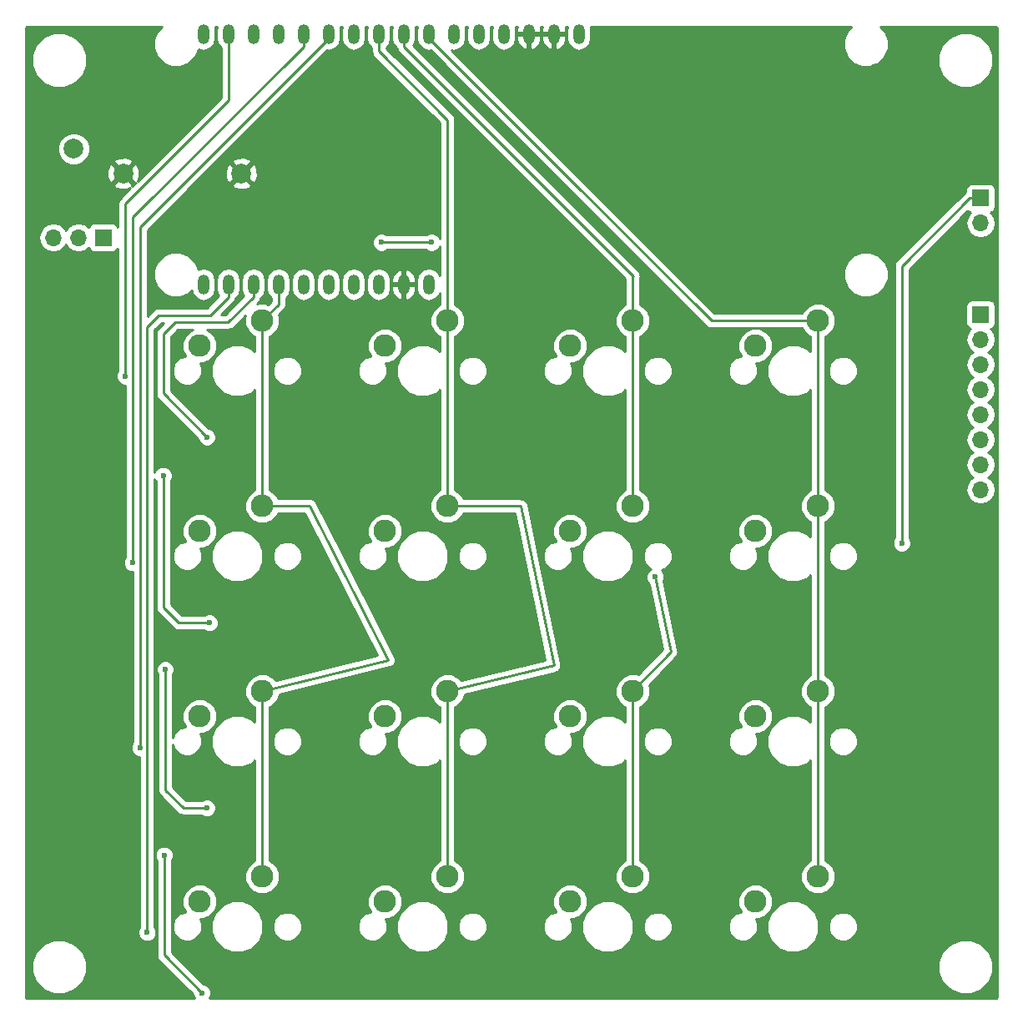
<source format=gbl>
G04 #@! TF.GenerationSoftware,KiCad,Pcbnew,(2017-12-24 revision 570866557)-makepkg*
G04 #@! TF.CreationDate,2017-12-27T22:40:15-07:00*
G04 #@! TF.ProjectId,KeyGridTest1,4B65794772696454657374312E6B6963,rev?*
G04 #@! TF.SameCoordinates,Original*
G04 #@! TF.FileFunction,Copper,L2,Bot,Signal*
G04 #@! TF.FilePolarity,Positive*
%FSLAX46Y46*%
G04 Gerber Fmt 4.6, Leading zero omitted, Abs format (unit mm)*
G04 Created by KiCad (PCBNEW (2017-12-24 revision 570866557)-makepkg) date 12/27/17 22:40:15*
%MOMM*%
%LPD*%
G01*
G04 APERTURE LIST*
%ADD10O,1.200000X2.000000*%
%ADD11C,2.286000*%
%ADD12R,1.700000X1.700000*%
%ADD13O,1.700000X1.700000*%
%ADD14C,1.998980*%
%ADD15C,2.000000*%
%ADD16C,0.600000*%
%ADD17C,0.254000*%
%ADD18C,0.250000*%
G04 APERTURE END LIST*
D10*
X114655600Y-45364400D03*
X114655600Y-70764400D03*
X117195600Y-45364400D03*
X117195600Y-70764400D03*
X119735600Y-45364400D03*
X119735600Y-70764400D03*
X122275600Y-45364400D03*
X122275600Y-70764400D03*
X124815600Y-45364400D03*
X124815600Y-70764400D03*
X127355600Y-45364400D03*
X127355600Y-70764400D03*
X129895600Y-45364400D03*
X129895600Y-70764400D03*
X132435600Y-45364400D03*
X132435600Y-70764400D03*
X134975600Y-45364400D03*
X134975600Y-70764400D03*
X137515600Y-45364400D03*
X137515600Y-70764400D03*
X140055600Y-45364400D03*
X142595600Y-45364400D03*
X145135600Y-45364400D03*
X147675600Y-45364400D03*
X150215600Y-45364400D03*
X152755600Y-45364400D03*
D11*
X158216600Y-130835400D03*
X151866600Y-133375400D03*
X177012600Y-130835400D03*
X170662600Y-133375400D03*
X120624600Y-130835400D03*
X114274600Y-133375400D03*
X139420600Y-130835400D03*
X133070600Y-133375400D03*
X158216600Y-93243400D03*
X151866600Y-95783400D03*
X158216600Y-112039400D03*
X151866600Y-114579400D03*
X177012600Y-112039400D03*
X170662600Y-114579400D03*
X177012600Y-93243400D03*
X170662600Y-95783400D03*
X139420600Y-112039400D03*
X133070600Y-114579400D03*
X139420600Y-93243400D03*
X133070600Y-95783400D03*
X120624600Y-93243400D03*
X114274600Y-95783400D03*
X120624600Y-112039400D03*
X114274600Y-114579400D03*
X120624600Y-74447400D03*
X114274600Y-76987400D03*
X139420600Y-74447400D03*
X133070600Y-76987400D03*
X158216600Y-74447400D03*
X151866600Y-76987400D03*
X177012600Y-74447400D03*
X170662600Y-76987400D03*
D12*
X104500000Y-66000000D03*
D13*
X101960000Y-66000000D03*
X99420000Y-66000000D03*
D14*
X118500000Y-59500000D03*
D13*
X193500000Y-91580000D03*
X193500000Y-89040000D03*
X193500000Y-86500000D03*
X193500000Y-83960000D03*
X193500000Y-81420000D03*
X193500000Y-78880000D03*
X193500000Y-76340000D03*
D12*
X193500000Y-73800000D03*
D13*
X193500000Y-64540000D03*
D12*
X193500000Y-62000000D03*
D15*
X101500000Y-57000000D03*
X106500000Y-59500000D03*
D16*
X150700000Y-104400000D03*
X139950000Y-104700000D03*
X126550000Y-105550000D03*
X122000000Y-106500000D03*
X105300000Y-104400000D03*
X167950000Y-104400000D03*
X155600000Y-104350000D03*
X109956600Y-124815600D03*
X109956600Y-87147400D03*
X177342800Y-142621000D03*
X165023800Y-141986000D03*
X158318200Y-142621000D03*
X145999200Y-141986000D03*
X139288600Y-142632400D03*
X127304800Y-141986000D03*
X120802400Y-142621000D03*
X108209400Y-141991400D03*
X119481600Y-125272800D03*
X127076200Y-123190000D03*
X138277600Y-125120400D03*
X146100800Y-123190000D03*
X156819600Y-124942600D03*
X164846000Y-123190000D03*
X175869600Y-125095000D03*
X175869600Y-106553000D03*
X175869600Y-87655400D03*
X164642800Y-85598000D03*
X156819600Y-87604600D03*
X146100800Y-85598000D03*
X138277600Y-87833200D03*
X127101600Y-85598000D03*
X119481600Y-87757000D03*
X106730800Y-80060800D03*
X107442000Y-98983800D03*
X108204000Y-117754400D03*
X108940600Y-136499600D03*
X137800000Y-66500000D03*
X132700000Y-66500000D03*
X115011200Y-86258400D03*
X115265200Y-105105200D03*
X110566200Y-90144600D03*
X115011200Y-123875800D03*
X110769400Y-109804200D03*
X114503200Y-142621000D03*
X110667800Y-128651000D03*
X185500000Y-97000000D03*
X160500000Y-100450000D03*
D17*
X106700000Y-62600000D02*
X106730800Y-80060800D01*
X117200000Y-52100000D02*
X106700000Y-62600000D01*
X117195600Y-45364400D02*
X117200000Y-52100000D01*
X117195600Y-45364400D02*
X117195600Y-45764400D01*
X107467400Y-63931800D02*
X107467400Y-85763962D01*
X124815600Y-45364400D02*
X124815600Y-46618400D01*
X124815600Y-46618400D02*
X107502200Y-63931800D01*
X107502200Y-63931800D02*
X107467400Y-63931800D01*
X107442000Y-85789362D02*
X107442000Y-98983800D01*
X107467400Y-85763962D02*
X107442000Y-85789362D01*
X108204000Y-64916000D02*
X108204000Y-117754400D01*
X127355600Y-45364400D02*
X127355600Y-45764400D01*
X127355600Y-45764400D02*
X108204000Y-64916000D01*
X117195600Y-70764400D02*
X117195600Y-72018400D01*
X117195600Y-72018400D02*
X115325400Y-73888600D01*
X115325400Y-73888600D02*
X110109000Y-73888600D01*
X108940600Y-75057000D02*
X108940600Y-136499600D01*
X110109000Y-73888600D02*
X108940600Y-75057000D01*
X132700000Y-66500000D02*
X136500000Y-66500000D01*
X136500000Y-66500000D02*
X137800000Y-66500000D01*
X110566200Y-81813400D02*
X115011200Y-86258400D01*
X110566200Y-75793600D02*
X110566200Y-81813400D01*
X111760000Y-74599800D02*
X110566200Y-75793600D01*
X111861600Y-74599800D02*
X111760000Y-74599800D01*
X117154200Y-74599800D02*
X111861600Y-74599800D01*
X119735600Y-70764400D02*
X119735600Y-72018400D01*
X119735600Y-72018400D02*
X117154200Y-74599800D01*
X119735600Y-70764400D02*
X119735600Y-71164400D01*
X112141000Y-105105200D02*
X115265200Y-105105200D01*
X110566200Y-103530400D02*
X112141000Y-105105200D01*
X110566200Y-90144600D02*
X110566200Y-103530400D01*
X112598200Y-123875800D02*
X115011200Y-123875800D01*
X110769400Y-122047000D02*
X112598200Y-123875800D01*
X110769400Y-109804200D02*
X110769400Y-122047000D01*
X110667800Y-138785600D02*
X114503200Y-142621000D01*
X110667800Y-137947400D02*
X110667800Y-138785600D01*
X110667800Y-128651000D02*
X110667800Y-137947400D01*
X185500000Y-97000000D02*
X185500000Y-68896000D01*
X185500000Y-68896000D02*
X192396000Y-62000000D01*
X192396000Y-62000000D02*
X193500000Y-62000000D01*
D18*
X133400000Y-108850000D02*
X120624600Y-112039400D01*
X125400000Y-93200000D02*
X133400000Y-108850000D01*
X120624600Y-93243400D02*
X125400000Y-93200000D01*
D17*
X122275600Y-70764400D02*
X122275600Y-72796400D01*
X122275600Y-72796400D02*
X120624600Y-74447400D01*
D18*
X120624600Y-112039400D02*
X120624600Y-130835400D01*
X120624600Y-74447400D02*
X120624600Y-93243400D01*
X150200000Y-109400000D02*
X139420600Y-112039400D01*
X146850000Y-93250000D02*
X150200000Y-109400000D01*
X139420600Y-93243400D02*
X146850000Y-93250000D01*
X132435600Y-47091600D02*
X139420600Y-54076600D01*
X139420600Y-54076600D02*
X139420600Y-74447400D01*
X132435600Y-45364400D02*
X132435600Y-47091600D01*
X139420600Y-130835400D02*
X139420600Y-112039400D01*
X139420600Y-74447400D02*
X139420600Y-93243400D01*
X162050000Y-108050000D02*
X160500000Y-100450000D01*
X158216600Y-112039400D02*
X162050000Y-108050000D01*
X134975600Y-45364400D02*
X134975600Y-46614400D01*
X134975600Y-46614400D02*
X147624800Y-59263600D01*
X147624800Y-59263600D02*
X147624800Y-59283600D01*
X147624800Y-59283600D02*
X158242000Y-69900800D01*
X158242000Y-69900800D02*
X158216600Y-69926200D01*
X158216600Y-69926200D02*
X158216600Y-74447400D01*
X158216600Y-74447400D02*
X158216600Y-93243400D01*
X158216600Y-130835400D02*
X158216600Y-112039400D01*
D17*
X177012600Y-112039400D02*
X177012600Y-130835400D01*
X177012600Y-93243400D02*
X177012600Y-112039400D01*
X177012600Y-74447400D02*
X177012600Y-93243400D01*
D18*
X137515600Y-45364400D02*
X137515600Y-45764400D01*
X137515600Y-45764400D02*
X150977600Y-59226400D01*
X150977600Y-59226400D02*
X150977600Y-59232800D01*
X150977600Y-59232800D02*
X166192200Y-74447400D01*
X166192200Y-74447400D02*
X177012600Y-74447400D01*
D17*
G36*
X109924754Y-45083795D02*
X109575998Y-45923692D01*
X109575204Y-46833119D01*
X109922494Y-47673623D01*
X110564995Y-48317246D01*
X111404892Y-48666002D01*
X112314319Y-48666796D01*
X113154823Y-48319506D01*
X113798446Y-47677005D01*
X114122367Y-46896918D01*
X114182986Y-46937423D01*
X114655600Y-47031432D01*
X115128214Y-46937423D01*
X115528877Y-46669709D01*
X115796591Y-46269046D01*
X115890600Y-45796432D01*
X115890600Y-44932368D01*
X115826477Y-44610000D01*
X116024723Y-44610000D01*
X115960600Y-44932368D01*
X115960600Y-45796432D01*
X116054609Y-46269046D01*
X116322323Y-46669709D01*
X116434501Y-46744664D01*
X116437794Y-51784575D01*
X107961523Y-60260847D01*
X108145908Y-59764539D01*
X108121856Y-59114540D01*
X107919387Y-58625736D01*
X107652532Y-58527073D01*
X106679605Y-59500000D01*
X107652532Y-60472927D01*
X107806292Y-60416078D01*
X107416078Y-60806292D01*
X107472927Y-60652532D01*
X106500000Y-59679605D01*
X105527073Y-60652532D01*
X105625736Y-60919387D01*
X106235461Y-61145908D01*
X106885460Y-61121856D01*
X107252580Y-60969790D01*
X106161185Y-62061185D01*
X106160805Y-62061754D01*
X106160235Y-62062136D01*
X106078078Y-62185563D01*
X105996004Y-62308396D01*
X105995871Y-62309067D01*
X105995491Y-62309637D01*
X105966810Y-62455167D01*
X105938001Y-62600000D01*
X105938134Y-62600669D01*
X105938001Y-62601344D01*
X105942044Y-64893086D01*
X105807809Y-64692191D01*
X105597765Y-64551843D01*
X105350000Y-64502560D01*
X103650000Y-64502560D01*
X103402235Y-64551843D01*
X103192191Y-64692191D01*
X103051843Y-64902235D01*
X103039403Y-64964777D01*
X103010054Y-64920853D01*
X102528285Y-64598946D01*
X101960000Y-64485907D01*
X101391715Y-64598946D01*
X100909946Y-64920853D01*
X100690000Y-65250026D01*
X100470054Y-64920853D01*
X99988285Y-64598946D01*
X99420000Y-64485907D01*
X98851715Y-64598946D01*
X98369946Y-64920853D01*
X98048039Y-65402622D01*
X97935000Y-65970907D01*
X97935000Y-66029093D01*
X98048039Y-66597378D01*
X98369946Y-67079147D01*
X98851715Y-67401054D01*
X99420000Y-67514093D01*
X99988285Y-67401054D01*
X100470054Y-67079147D01*
X100690000Y-66749974D01*
X100909946Y-67079147D01*
X101391715Y-67401054D01*
X101960000Y-67514093D01*
X102528285Y-67401054D01*
X103010054Y-67079147D01*
X103039403Y-67035223D01*
X103051843Y-67097765D01*
X103192191Y-67307809D01*
X103402235Y-67448157D01*
X103650000Y-67497440D01*
X105350000Y-67497440D01*
X105597765Y-67448157D01*
X105807809Y-67307809D01*
X105945938Y-67101085D01*
X105967812Y-79501320D01*
X105938608Y-79530473D01*
X105795962Y-79874001D01*
X105795638Y-80245967D01*
X105937683Y-80589743D01*
X106200473Y-80852992D01*
X106544001Y-80995638D01*
X106705400Y-80995779D01*
X106705400Y-85661668D01*
X106680000Y-85789362D01*
X106680000Y-98423334D01*
X106649808Y-98453473D01*
X106507162Y-98797001D01*
X106506838Y-99168967D01*
X106648883Y-99512743D01*
X106911673Y-99775992D01*
X107255201Y-99918638D01*
X107442000Y-99918801D01*
X107442000Y-117193934D01*
X107411808Y-117224073D01*
X107269162Y-117567601D01*
X107268838Y-117939567D01*
X107410883Y-118283343D01*
X107673673Y-118546592D01*
X108017201Y-118689238D01*
X108178600Y-118689379D01*
X108178600Y-135939134D01*
X108148408Y-135969273D01*
X108005762Y-136312801D01*
X108005438Y-136684767D01*
X108147483Y-137028543D01*
X108410273Y-137291792D01*
X108753801Y-137434438D01*
X109125767Y-137434762D01*
X109469543Y-137292717D01*
X109732792Y-137029927D01*
X109875438Y-136686399D01*
X109875762Y-136314433D01*
X109733717Y-135970657D01*
X109702600Y-135939486D01*
X109702600Y-109989367D01*
X109834238Y-109989367D01*
X109976283Y-110333143D01*
X110007400Y-110364314D01*
X110007400Y-122047000D01*
X110065404Y-122338605D01*
X110230585Y-122585815D01*
X112059385Y-124414616D01*
X112207577Y-124513634D01*
X112306595Y-124579796D01*
X112598200Y-124637800D01*
X114450734Y-124637800D01*
X114480873Y-124667992D01*
X114824401Y-124810638D01*
X115196367Y-124810962D01*
X115540143Y-124668917D01*
X115803392Y-124406127D01*
X115946038Y-124062599D01*
X115946362Y-123690633D01*
X115804317Y-123346857D01*
X115541527Y-123083608D01*
X115197999Y-122940962D01*
X114826033Y-122940638D01*
X114482257Y-123082683D01*
X114451086Y-123113800D01*
X112913831Y-123113800D01*
X111531400Y-121731370D01*
X111531400Y-117445028D01*
X111744180Y-117959995D01*
X112161806Y-118378351D01*
X112707739Y-118605042D01*
X113298867Y-118605558D01*
X113845195Y-118379820D01*
X114263551Y-117962194D01*
X114490242Y-117416261D01*
X114490758Y-116825133D01*
X114297503Y-116357421D01*
X114626714Y-116357708D01*
X115280440Y-116087594D01*
X115781036Y-115587871D01*
X116052291Y-114934618D01*
X116052908Y-114227286D01*
X115782794Y-113573560D01*
X115283071Y-113072964D01*
X114629818Y-112801709D01*
X113922486Y-112801092D01*
X113268760Y-113071206D01*
X112768164Y-113570929D01*
X112496909Y-114224182D01*
X112496292Y-114931514D01*
X112766406Y-115585240D01*
X112814415Y-115633333D01*
X112710333Y-115633242D01*
X112164005Y-115858980D01*
X111745649Y-116276606D01*
X111531400Y-116792575D01*
X111531400Y-110364666D01*
X111561592Y-110334527D01*
X111704238Y-109990999D01*
X111704562Y-109619033D01*
X111562517Y-109275257D01*
X111299727Y-109012008D01*
X110956199Y-108869362D01*
X110584233Y-108869038D01*
X110240457Y-109011083D01*
X109977208Y-109273873D01*
X109834562Y-109617401D01*
X109834238Y-109989367D01*
X109702600Y-109989367D01*
X109702600Y-90502961D01*
X109773083Y-90673543D01*
X109804200Y-90704714D01*
X109804200Y-103530400D01*
X109862204Y-103822005D01*
X110027385Y-104069215D01*
X111602185Y-105644016D01*
X111849396Y-105809197D01*
X112141000Y-105867200D01*
X114704734Y-105867200D01*
X114734873Y-105897392D01*
X115078401Y-106040038D01*
X115450367Y-106040362D01*
X115794143Y-105898317D01*
X116057392Y-105635527D01*
X116200038Y-105291999D01*
X116200362Y-104920033D01*
X116058317Y-104576257D01*
X115795527Y-104313008D01*
X115451999Y-104170362D01*
X115080033Y-104170038D01*
X114736257Y-104312083D01*
X114705086Y-104343200D01*
X112456631Y-104343200D01*
X111328200Y-103214770D01*
X111328200Y-98617667D01*
X111518442Y-98617667D01*
X111744180Y-99163995D01*
X112161806Y-99582351D01*
X112707739Y-99809042D01*
X113298867Y-99809558D01*
X113845195Y-99583820D01*
X114263551Y-99166194D01*
X114397326Y-98844026D01*
X115455245Y-98844026D01*
X115854628Y-99810607D01*
X116593504Y-100550773D01*
X117559385Y-100951842D01*
X118605226Y-100952755D01*
X119571807Y-100553372D01*
X120311973Y-99814496D01*
X120713042Y-98848615D01*
X120713243Y-98617667D01*
X121678442Y-98617667D01*
X121904180Y-99163995D01*
X122321806Y-99582351D01*
X122867739Y-99809042D01*
X123458867Y-99809558D01*
X124005195Y-99583820D01*
X124423551Y-99166194D01*
X124650242Y-98620261D01*
X124650758Y-98029133D01*
X124425020Y-97482805D01*
X124007394Y-97064449D01*
X123461461Y-96837758D01*
X122870333Y-96837242D01*
X122324005Y-97062980D01*
X121905649Y-97480606D01*
X121678958Y-98026539D01*
X121678442Y-98617667D01*
X120713243Y-98617667D01*
X120713955Y-97802774D01*
X120314572Y-96836193D01*
X119575696Y-96096027D01*
X118609815Y-95694958D01*
X117563974Y-95694045D01*
X116597393Y-96093428D01*
X115857227Y-96832304D01*
X115456158Y-97798185D01*
X115455245Y-98844026D01*
X114397326Y-98844026D01*
X114490242Y-98620261D01*
X114490758Y-98029133D01*
X114297503Y-97561421D01*
X114626714Y-97561708D01*
X115280440Y-97291594D01*
X115781036Y-96791871D01*
X116052291Y-96138618D01*
X116052908Y-95431286D01*
X115782794Y-94777560D01*
X115283071Y-94276964D01*
X114629818Y-94005709D01*
X113922486Y-94005092D01*
X113268760Y-94275206D01*
X112768164Y-94774929D01*
X112496909Y-95428182D01*
X112496292Y-96135514D01*
X112766406Y-96789240D01*
X112814415Y-96837333D01*
X112710333Y-96837242D01*
X112164005Y-97062980D01*
X111745649Y-97480606D01*
X111518958Y-98026539D01*
X111518442Y-98617667D01*
X111328200Y-98617667D01*
X111328200Y-90705066D01*
X111358392Y-90674927D01*
X111501038Y-90331399D01*
X111501362Y-89959433D01*
X111359317Y-89615657D01*
X111096527Y-89352408D01*
X110752999Y-89209762D01*
X110381033Y-89209438D01*
X110037257Y-89351483D01*
X109774008Y-89614273D01*
X109702600Y-89786242D01*
X109702600Y-75372630D01*
X110424630Y-74650600D01*
X110631570Y-74650600D01*
X110027385Y-75254785D01*
X109862204Y-75501995D01*
X109804200Y-75793600D01*
X109804200Y-81813400D01*
X109862204Y-82105005D01*
X110027385Y-82352215D01*
X114076075Y-86400906D01*
X114076038Y-86443567D01*
X114218083Y-86787343D01*
X114480873Y-87050592D01*
X114824401Y-87193238D01*
X115196367Y-87193562D01*
X115540143Y-87051517D01*
X115803392Y-86788727D01*
X115946038Y-86445199D01*
X115946362Y-86073233D01*
X115804317Y-85729457D01*
X115541527Y-85466208D01*
X115197999Y-85323562D01*
X115153955Y-85323524D01*
X111328200Y-81497770D01*
X111328200Y-76109230D01*
X112075630Y-75361800D01*
X113552904Y-75361800D01*
X113268760Y-75479206D01*
X112768164Y-75978929D01*
X112496909Y-76632182D01*
X112496292Y-77339514D01*
X112766406Y-77993240D01*
X112814415Y-78041333D01*
X112710333Y-78041242D01*
X112164005Y-78266980D01*
X111745649Y-78684606D01*
X111518958Y-79230539D01*
X111518442Y-79821667D01*
X111744180Y-80367995D01*
X112161806Y-80786351D01*
X112707739Y-81013042D01*
X113298867Y-81013558D01*
X113845195Y-80787820D01*
X114263551Y-80370194D01*
X114490242Y-79824261D01*
X114490758Y-79233133D01*
X114297503Y-78765421D01*
X114626714Y-78765708D01*
X115280440Y-78495594D01*
X115781036Y-77995871D01*
X116052291Y-77342618D01*
X116052908Y-76635286D01*
X115782794Y-75981560D01*
X115283071Y-75480964D01*
X114996093Y-75361800D01*
X117154200Y-75361800D01*
X117445805Y-75303796D01*
X117693015Y-75138615D01*
X118923217Y-73908413D01*
X118846909Y-74092182D01*
X118846292Y-74799514D01*
X119116406Y-75453240D01*
X119616129Y-75953836D01*
X119864600Y-76057010D01*
X119864600Y-77589435D01*
X119575696Y-77300027D01*
X118609815Y-76898958D01*
X117563974Y-76898045D01*
X116597393Y-77297428D01*
X115857227Y-78036304D01*
X115456158Y-79002185D01*
X115455245Y-80048026D01*
X115854628Y-81014607D01*
X116593504Y-81754773D01*
X117559385Y-82155842D01*
X118605226Y-82156755D01*
X119571807Y-81757372D01*
X119864600Y-81465089D01*
X119864600Y-91633627D01*
X119618760Y-91735206D01*
X119118164Y-92234929D01*
X118846909Y-92888182D01*
X118846292Y-93595514D01*
X119116406Y-94249240D01*
X119616129Y-94749836D01*
X120269382Y-95021091D01*
X120976714Y-95021708D01*
X121630440Y-94751594D01*
X122131036Y-94251871D01*
X122240295Y-93988748D01*
X124937125Y-93964238D01*
X132287954Y-108344298D01*
X122009724Y-110910275D01*
X121633071Y-110532964D01*
X120979818Y-110261709D01*
X120272486Y-110261092D01*
X119618760Y-110531206D01*
X119118164Y-111030929D01*
X118846909Y-111684182D01*
X118846292Y-112391514D01*
X119116406Y-113045240D01*
X119616129Y-113545836D01*
X119864600Y-113649010D01*
X119864600Y-115181435D01*
X119575696Y-114892027D01*
X118609815Y-114490958D01*
X117563974Y-114490045D01*
X116597393Y-114889428D01*
X115857227Y-115628304D01*
X115456158Y-116594185D01*
X115455245Y-117640026D01*
X115854628Y-118606607D01*
X116593504Y-119346773D01*
X117559385Y-119747842D01*
X118605226Y-119748755D01*
X119571807Y-119349372D01*
X119864600Y-119057089D01*
X119864600Y-129225627D01*
X119618760Y-129327206D01*
X119118164Y-129826929D01*
X118846909Y-130480182D01*
X118846292Y-131187514D01*
X119116406Y-131841240D01*
X119616129Y-132341836D01*
X120269382Y-132613091D01*
X120976714Y-132613708D01*
X121630440Y-132343594D01*
X122131036Y-131843871D01*
X122402291Y-131190618D01*
X122402908Y-130483286D01*
X122132794Y-129829560D01*
X121633071Y-129328964D01*
X121384600Y-129225790D01*
X121384600Y-117413667D01*
X121678442Y-117413667D01*
X121904180Y-117959995D01*
X122321806Y-118378351D01*
X122867739Y-118605042D01*
X123458867Y-118605558D01*
X124005195Y-118379820D01*
X124423551Y-117962194D01*
X124650242Y-117416261D01*
X124650244Y-117413667D01*
X130314442Y-117413667D01*
X130540180Y-117959995D01*
X130957806Y-118378351D01*
X131503739Y-118605042D01*
X132094867Y-118605558D01*
X132641195Y-118379820D01*
X133059551Y-117962194D01*
X133286242Y-117416261D01*
X133286758Y-116825133D01*
X133093503Y-116357421D01*
X133422714Y-116357708D01*
X134076440Y-116087594D01*
X134577036Y-115587871D01*
X134848291Y-114934618D01*
X134848908Y-114227286D01*
X134578794Y-113573560D01*
X134079071Y-113072964D01*
X133425818Y-112801709D01*
X132718486Y-112801092D01*
X132064760Y-113071206D01*
X131564164Y-113570929D01*
X131292909Y-114224182D01*
X131292292Y-114931514D01*
X131562406Y-115585240D01*
X131610415Y-115633333D01*
X131506333Y-115633242D01*
X130960005Y-115858980D01*
X130541649Y-116276606D01*
X130314958Y-116822539D01*
X130314442Y-117413667D01*
X124650244Y-117413667D01*
X124650758Y-116825133D01*
X124425020Y-116278805D01*
X124007394Y-115860449D01*
X123461461Y-115633758D01*
X122870333Y-115633242D01*
X122324005Y-115858980D01*
X121905649Y-116276606D01*
X121678958Y-116822539D01*
X121678442Y-117413667D01*
X121384600Y-117413667D01*
X121384600Y-113649173D01*
X121630440Y-113547594D01*
X122131036Y-113047871D01*
X122402291Y-112394618D01*
X122402305Y-112378919D01*
X133584085Y-109587369D01*
X133662500Y-109550356D01*
X133745922Y-109526711D01*
X133795315Y-109487667D01*
X133852251Y-109460793D01*
X133910533Y-109396591D01*
X133978556Y-109342820D01*
X134009247Y-109287848D01*
X134051566Y-109241230D01*
X134080841Y-109159613D01*
X134123111Y-109083902D01*
X134130429Y-109021366D01*
X134151685Y-108962106D01*
X134147499Y-108875499D01*
X134157577Y-108789375D01*
X134140408Y-108728801D01*
X134137368Y-108665915D01*
X134100358Y-108587504D01*
X134076711Y-108504077D01*
X129022955Y-98617667D01*
X130314442Y-98617667D01*
X130540180Y-99163995D01*
X130957806Y-99582351D01*
X131503739Y-99809042D01*
X132094867Y-99809558D01*
X132641195Y-99583820D01*
X133059551Y-99166194D01*
X133193326Y-98844026D01*
X134251245Y-98844026D01*
X134650628Y-99810607D01*
X135389504Y-100550773D01*
X136355385Y-100951842D01*
X137401226Y-100952755D01*
X138367807Y-100553372D01*
X139107973Y-99814496D01*
X139509042Y-98848615D01*
X139509243Y-98617667D01*
X140474442Y-98617667D01*
X140700180Y-99163995D01*
X141117806Y-99582351D01*
X141663739Y-99809042D01*
X142254867Y-99809558D01*
X142801195Y-99583820D01*
X143219551Y-99166194D01*
X143446242Y-98620261D01*
X143446758Y-98029133D01*
X143221020Y-97482805D01*
X142803394Y-97064449D01*
X142257461Y-96837758D01*
X141666333Y-96837242D01*
X141120005Y-97062980D01*
X140701649Y-97480606D01*
X140474958Y-98026539D01*
X140474442Y-98617667D01*
X139509243Y-98617667D01*
X139509955Y-97802774D01*
X139110572Y-96836193D01*
X138371696Y-96096027D01*
X137405815Y-95694958D01*
X136359974Y-95694045D01*
X135393393Y-96093428D01*
X134653227Y-96832304D01*
X134252158Y-97798185D01*
X134251245Y-98844026D01*
X133193326Y-98844026D01*
X133286242Y-98620261D01*
X133286758Y-98029133D01*
X133093503Y-97561421D01*
X133422714Y-97561708D01*
X134076440Y-97291594D01*
X134577036Y-96791871D01*
X134848291Y-96138618D01*
X134848908Y-95431286D01*
X134578794Y-94777560D01*
X134079071Y-94276964D01*
X133425818Y-94005709D01*
X132718486Y-94005092D01*
X132064760Y-94275206D01*
X131564164Y-94774929D01*
X131292909Y-95428182D01*
X131292292Y-96135514D01*
X131562406Y-96789240D01*
X131610415Y-96837333D01*
X131506333Y-96837242D01*
X130960005Y-97062980D01*
X130541649Y-97480606D01*
X130314958Y-98026539D01*
X130314442Y-98617667D01*
X129022955Y-98617667D01*
X126076711Y-92854078D01*
X126001130Y-92758463D01*
X125932495Y-92657737D01*
X125909709Y-92642810D01*
X125892820Y-92621444D01*
X125786401Y-92562030D01*
X125684446Y-92495238D01*
X125657686Y-92490167D01*
X125633903Y-92476889D01*
X125512846Y-92462722D01*
X125393093Y-92440031D01*
X122228338Y-92468793D01*
X122132794Y-92237560D01*
X121633071Y-91736964D01*
X121384600Y-91633790D01*
X121384600Y-79821667D01*
X121678442Y-79821667D01*
X121904180Y-80367995D01*
X122321806Y-80786351D01*
X122867739Y-81013042D01*
X123458867Y-81013558D01*
X124005195Y-80787820D01*
X124423551Y-80370194D01*
X124650242Y-79824261D01*
X124650244Y-79821667D01*
X130314442Y-79821667D01*
X130540180Y-80367995D01*
X130957806Y-80786351D01*
X131503739Y-81013042D01*
X132094867Y-81013558D01*
X132641195Y-80787820D01*
X133059551Y-80370194D01*
X133286242Y-79824261D01*
X133286758Y-79233133D01*
X133093503Y-78765421D01*
X133422714Y-78765708D01*
X134076440Y-78495594D01*
X134577036Y-77995871D01*
X134848291Y-77342618D01*
X134848908Y-76635286D01*
X134578794Y-75981560D01*
X134079071Y-75480964D01*
X133425818Y-75209709D01*
X132718486Y-75209092D01*
X132064760Y-75479206D01*
X131564164Y-75978929D01*
X131292909Y-76632182D01*
X131292292Y-77339514D01*
X131562406Y-77993240D01*
X131610415Y-78041333D01*
X131506333Y-78041242D01*
X130960005Y-78266980D01*
X130541649Y-78684606D01*
X130314958Y-79230539D01*
X130314442Y-79821667D01*
X124650244Y-79821667D01*
X124650758Y-79233133D01*
X124425020Y-78686805D01*
X124007394Y-78268449D01*
X123461461Y-78041758D01*
X122870333Y-78041242D01*
X122324005Y-78266980D01*
X121905649Y-78684606D01*
X121678958Y-79230539D01*
X121678442Y-79821667D01*
X121384600Y-79821667D01*
X121384600Y-76057173D01*
X121630440Y-75955594D01*
X122131036Y-75455871D01*
X122402291Y-74802618D01*
X122402908Y-74095286D01*
X122300994Y-73848636D01*
X122814416Y-73335215D01*
X122979597Y-73088004D01*
X123037600Y-72796400D01*
X123037600Y-72144062D01*
X123148877Y-72069709D01*
X123416591Y-71669046D01*
X123510600Y-71196432D01*
X123510600Y-70332368D01*
X123580600Y-70332368D01*
X123580600Y-71196432D01*
X123674609Y-71669046D01*
X123942323Y-72069709D01*
X124342986Y-72337423D01*
X124815600Y-72431432D01*
X125288214Y-72337423D01*
X125688877Y-72069709D01*
X125956591Y-71669046D01*
X126050600Y-71196432D01*
X126050600Y-70332368D01*
X126120600Y-70332368D01*
X126120600Y-71196432D01*
X126214609Y-71669046D01*
X126482323Y-72069709D01*
X126882986Y-72337423D01*
X127355600Y-72431432D01*
X127828214Y-72337423D01*
X128228877Y-72069709D01*
X128496591Y-71669046D01*
X128590600Y-71196432D01*
X128590600Y-70332368D01*
X128660600Y-70332368D01*
X128660600Y-71196432D01*
X128754609Y-71669046D01*
X129022323Y-72069709D01*
X129422986Y-72337423D01*
X129895600Y-72431432D01*
X130368214Y-72337423D01*
X130768877Y-72069709D01*
X131036591Y-71669046D01*
X131130600Y-71196432D01*
X131130600Y-70332368D01*
X131200600Y-70332368D01*
X131200600Y-71196432D01*
X131294609Y-71669046D01*
X131562323Y-72069709D01*
X131962986Y-72337423D01*
X132435600Y-72431432D01*
X132908214Y-72337423D01*
X133308877Y-72069709D01*
X133576591Y-71669046D01*
X133670600Y-71196432D01*
X133670600Y-70891400D01*
X133740600Y-70891400D01*
X133740600Y-71291400D01*
X133883210Y-71754347D01*
X134192126Y-72127480D01*
X134620319Y-72353992D01*
X134657991Y-72357862D01*
X134848600Y-72233131D01*
X134848600Y-70891400D01*
X135102600Y-70891400D01*
X135102600Y-72233131D01*
X135293209Y-72357862D01*
X135330881Y-72353992D01*
X135759074Y-72127480D01*
X136067990Y-71754347D01*
X136210600Y-71291400D01*
X136210600Y-70891400D01*
X135102600Y-70891400D01*
X134848600Y-70891400D01*
X133740600Y-70891400D01*
X133670600Y-70891400D01*
X133670600Y-70332368D01*
X133651710Y-70237400D01*
X133740600Y-70237400D01*
X133740600Y-70637400D01*
X134848600Y-70637400D01*
X134848600Y-69295669D01*
X135102600Y-69295669D01*
X135102600Y-70637400D01*
X136210600Y-70637400D01*
X136210600Y-70237400D01*
X136067990Y-69774453D01*
X135759074Y-69401320D01*
X135330881Y-69174808D01*
X135293209Y-69170938D01*
X135102600Y-69295669D01*
X134848600Y-69295669D01*
X134657991Y-69170938D01*
X134620319Y-69174808D01*
X134192126Y-69401320D01*
X133883210Y-69774453D01*
X133740600Y-70237400D01*
X133651710Y-70237400D01*
X133576591Y-69859754D01*
X133308877Y-69459091D01*
X132908214Y-69191377D01*
X132435600Y-69097368D01*
X131962986Y-69191377D01*
X131562323Y-69459091D01*
X131294609Y-69859754D01*
X131200600Y-70332368D01*
X131130600Y-70332368D01*
X131036591Y-69859754D01*
X130768877Y-69459091D01*
X130368214Y-69191377D01*
X129895600Y-69097368D01*
X129422986Y-69191377D01*
X129022323Y-69459091D01*
X128754609Y-69859754D01*
X128660600Y-70332368D01*
X128590600Y-70332368D01*
X128496591Y-69859754D01*
X128228877Y-69459091D01*
X127828214Y-69191377D01*
X127355600Y-69097368D01*
X126882986Y-69191377D01*
X126482323Y-69459091D01*
X126214609Y-69859754D01*
X126120600Y-70332368D01*
X126050600Y-70332368D01*
X125956591Y-69859754D01*
X125688877Y-69459091D01*
X125288214Y-69191377D01*
X124815600Y-69097368D01*
X124342986Y-69191377D01*
X123942323Y-69459091D01*
X123674609Y-69859754D01*
X123580600Y-70332368D01*
X123510600Y-70332368D01*
X123416591Y-69859754D01*
X123148877Y-69459091D01*
X122748214Y-69191377D01*
X122275600Y-69097368D01*
X121802986Y-69191377D01*
X121402323Y-69459091D01*
X121134609Y-69859754D01*
X121040600Y-70332368D01*
X121040600Y-71196432D01*
X121134609Y-71669046D01*
X121402323Y-72069709D01*
X121513600Y-72144062D01*
X121513600Y-72480769D01*
X121223482Y-72770887D01*
X120979818Y-72669709D01*
X120272486Y-72669092D01*
X120085120Y-72746510D01*
X120274415Y-72557215D01*
X120317863Y-72492191D01*
X120439596Y-72310005D01*
X120468773Y-72163323D01*
X120608877Y-72069709D01*
X120876591Y-71669046D01*
X120970600Y-71196432D01*
X120970600Y-70332368D01*
X120876591Y-69859754D01*
X120608877Y-69459091D01*
X120208214Y-69191377D01*
X119735600Y-69097368D01*
X119262986Y-69191377D01*
X118862323Y-69459091D01*
X118594609Y-69859754D01*
X118500600Y-70332368D01*
X118500600Y-71196432D01*
X118594609Y-71669046D01*
X118759919Y-71916451D01*
X116838570Y-73837800D01*
X116453830Y-73837800D01*
X117734415Y-72557216D01*
X117899596Y-72310005D01*
X117914887Y-72233131D01*
X117928773Y-72163323D01*
X118068877Y-72069709D01*
X118336591Y-71669046D01*
X118430600Y-71196432D01*
X118430600Y-70332368D01*
X118336591Y-69859754D01*
X118068877Y-69459091D01*
X117668214Y-69191377D01*
X117195600Y-69097368D01*
X116722986Y-69191377D01*
X116322323Y-69459091D01*
X116054609Y-69859754D01*
X115960600Y-70332368D01*
X115960600Y-71196432D01*
X116054609Y-71669046D01*
X116219919Y-71916450D01*
X115009770Y-73126600D01*
X110109000Y-73126600D01*
X109817395Y-73184604D01*
X109570185Y-73349785D01*
X108966000Y-73953970D01*
X108966000Y-70201119D01*
X109575204Y-70201119D01*
X109922494Y-71041623D01*
X110564995Y-71685246D01*
X111404892Y-72034002D01*
X112314319Y-72034796D01*
X113154823Y-71687506D01*
X113458067Y-71384791D01*
X113514609Y-71669046D01*
X113782323Y-72069709D01*
X114182986Y-72337423D01*
X114655600Y-72431432D01*
X115128214Y-72337423D01*
X115528877Y-72069709D01*
X115796591Y-71669046D01*
X115890600Y-71196432D01*
X115890600Y-70332368D01*
X115796591Y-69859754D01*
X115528877Y-69459091D01*
X115128214Y-69191377D01*
X114655600Y-69097368D01*
X114182986Y-69191377D01*
X114121793Y-69232265D01*
X113800706Y-68455177D01*
X113158205Y-67811554D01*
X112318308Y-67462798D01*
X111408881Y-67462004D01*
X110568377Y-67809294D01*
X109924754Y-68451795D01*
X109575998Y-69291692D01*
X109575204Y-70201119D01*
X108966000Y-70201119D01*
X108966000Y-65231630D01*
X113545467Y-60652163D01*
X117527443Y-60652163D01*
X117626042Y-60918965D01*
X118235582Y-61145401D01*
X118885377Y-61121341D01*
X119373958Y-60918965D01*
X119472557Y-60652163D01*
X118500000Y-59679605D01*
X117527443Y-60652163D01*
X113545467Y-60652163D01*
X114962048Y-59235582D01*
X116854599Y-59235582D01*
X116878659Y-59885377D01*
X117081035Y-60373958D01*
X117347837Y-60472557D01*
X118320395Y-59500000D01*
X118679605Y-59500000D01*
X119652163Y-60472557D01*
X119918965Y-60373958D01*
X120145401Y-59764418D01*
X120121341Y-59114623D01*
X119918965Y-58626042D01*
X119652163Y-58527443D01*
X118679605Y-59500000D01*
X118320395Y-59500000D01*
X117347837Y-58527443D01*
X117081035Y-58626042D01*
X116854599Y-59235582D01*
X114962048Y-59235582D01*
X115849793Y-58347837D01*
X117527443Y-58347837D01*
X118500000Y-59320395D01*
X119472557Y-58347837D01*
X119373958Y-58081035D01*
X118764418Y-57854599D01*
X118114623Y-57878659D01*
X117626042Y-58081035D01*
X117527443Y-58347837D01*
X115849793Y-58347837D01*
X127197623Y-47000008D01*
X127355600Y-47031432D01*
X127828214Y-46937423D01*
X128228877Y-46669709D01*
X128496591Y-46269046D01*
X128590600Y-45796432D01*
X128590600Y-44932368D01*
X128526477Y-44610000D01*
X128724723Y-44610000D01*
X128660600Y-44932368D01*
X128660600Y-45796432D01*
X128754609Y-46269046D01*
X129022323Y-46669709D01*
X129422986Y-46937423D01*
X129895600Y-47031432D01*
X130368214Y-46937423D01*
X130768877Y-46669709D01*
X131036591Y-46269046D01*
X131130600Y-45796432D01*
X131130600Y-44932368D01*
X131066477Y-44610000D01*
X131264723Y-44610000D01*
X131200600Y-44932368D01*
X131200600Y-45796432D01*
X131294609Y-46269046D01*
X131562323Y-46669709D01*
X131675600Y-46745398D01*
X131675600Y-47091600D01*
X131733452Y-47382439D01*
X131898199Y-47629001D01*
X138660600Y-54391402D01*
X138660600Y-66134379D01*
X138593117Y-65971057D01*
X138330327Y-65707808D01*
X137986799Y-65565162D01*
X137614833Y-65564838D01*
X137271057Y-65706883D01*
X137239886Y-65738000D01*
X133260466Y-65738000D01*
X133230327Y-65707808D01*
X132886799Y-65565162D01*
X132514833Y-65564838D01*
X132171057Y-65706883D01*
X131907808Y-65969673D01*
X131765162Y-66313201D01*
X131764838Y-66685167D01*
X131906883Y-67028943D01*
X132169673Y-67292192D01*
X132513201Y-67434838D01*
X132885167Y-67435162D01*
X133228943Y-67293117D01*
X133260114Y-67262000D01*
X137239534Y-67262000D01*
X137269673Y-67292192D01*
X137613201Y-67434838D01*
X137985167Y-67435162D01*
X138328943Y-67293117D01*
X138592192Y-67030327D01*
X138660600Y-66865583D01*
X138660600Y-69879909D01*
X138656591Y-69859754D01*
X138388877Y-69459091D01*
X137988214Y-69191377D01*
X137515600Y-69097368D01*
X137042986Y-69191377D01*
X136642323Y-69459091D01*
X136374609Y-69859754D01*
X136280600Y-70332368D01*
X136280600Y-71196432D01*
X136374609Y-71669046D01*
X136642323Y-72069709D01*
X137042986Y-72337423D01*
X137515600Y-72431432D01*
X137988214Y-72337423D01*
X138388877Y-72069709D01*
X138656591Y-71669046D01*
X138660600Y-71648891D01*
X138660600Y-72837627D01*
X138414760Y-72939206D01*
X137914164Y-73438929D01*
X137642909Y-74092182D01*
X137642292Y-74799514D01*
X137912406Y-75453240D01*
X138412129Y-75953836D01*
X138660600Y-76057010D01*
X138660600Y-77589435D01*
X138371696Y-77300027D01*
X137405815Y-76898958D01*
X136359974Y-76898045D01*
X135393393Y-77297428D01*
X134653227Y-78036304D01*
X134252158Y-79002185D01*
X134251245Y-80048026D01*
X134650628Y-81014607D01*
X135389504Y-81754773D01*
X136355385Y-82155842D01*
X137401226Y-82156755D01*
X138367807Y-81757372D01*
X138660600Y-81465089D01*
X138660600Y-91633627D01*
X138414760Y-91735206D01*
X137914164Y-92234929D01*
X137642909Y-92888182D01*
X137642292Y-93595514D01*
X137912406Y-94249240D01*
X138412129Y-94749836D01*
X139065382Y-95021091D01*
X139772714Y-95021708D01*
X140426440Y-94751594D01*
X140927036Y-94251871D01*
X141029617Y-94004830D01*
X146231355Y-94009451D01*
X149306880Y-108836235D01*
X140811755Y-110916317D01*
X140429071Y-110532964D01*
X139775818Y-110261709D01*
X139068486Y-110261092D01*
X138414760Y-110531206D01*
X137914164Y-111030929D01*
X137642909Y-111684182D01*
X137642292Y-112391514D01*
X137912406Y-113045240D01*
X138412129Y-113545836D01*
X138660600Y-113649010D01*
X138660600Y-115181435D01*
X138371696Y-114892027D01*
X137405815Y-114490958D01*
X136359974Y-114490045D01*
X135393393Y-114889428D01*
X134653227Y-115628304D01*
X134252158Y-116594185D01*
X134251245Y-117640026D01*
X134650628Y-118606607D01*
X135389504Y-119346773D01*
X136355385Y-119747842D01*
X137401226Y-119748755D01*
X138367807Y-119349372D01*
X138660600Y-119057089D01*
X138660600Y-129225627D01*
X138414760Y-129327206D01*
X137914164Y-129826929D01*
X137642909Y-130480182D01*
X137642292Y-131187514D01*
X137912406Y-131841240D01*
X138412129Y-132341836D01*
X139065382Y-132613091D01*
X139772714Y-132613708D01*
X140426440Y-132343594D01*
X140927036Y-131843871D01*
X141198291Y-131190618D01*
X141198908Y-130483286D01*
X140928794Y-129829560D01*
X140429071Y-129328964D01*
X140180600Y-129225790D01*
X140180600Y-117413667D01*
X140474442Y-117413667D01*
X140700180Y-117959995D01*
X141117806Y-118378351D01*
X141663739Y-118605042D01*
X142254867Y-118605558D01*
X142801195Y-118379820D01*
X143219551Y-117962194D01*
X143446242Y-117416261D01*
X143446244Y-117413667D01*
X149110442Y-117413667D01*
X149336180Y-117959995D01*
X149753806Y-118378351D01*
X150299739Y-118605042D01*
X150890867Y-118605558D01*
X151437195Y-118379820D01*
X151855551Y-117962194D01*
X151989326Y-117640026D01*
X153047245Y-117640026D01*
X153446628Y-118606607D01*
X154185504Y-119346773D01*
X155151385Y-119747842D01*
X156197226Y-119748755D01*
X157163807Y-119349372D01*
X157456600Y-119057089D01*
X157456600Y-129225627D01*
X157210760Y-129327206D01*
X156710164Y-129826929D01*
X156438909Y-130480182D01*
X156438292Y-131187514D01*
X156708406Y-131841240D01*
X157208129Y-132341836D01*
X157861382Y-132613091D01*
X158568714Y-132613708D01*
X159222440Y-132343594D01*
X159723036Y-131843871D01*
X159994291Y-131190618D01*
X159994908Y-130483286D01*
X159724794Y-129829560D01*
X159225071Y-129328964D01*
X158976600Y-129225790D01*
X158976600Y-117413667D01*
X159270442Y-117413667D01*
X159496180Y-117959995D01*
X159913806Y-118378351D01*
X160459739Y-118605042D01*
X161050867Y-118605558D01*
X161597195Y-118379820D01*
X162015551Y-117962194D01*
X162242242Y-117416261D01*
X162242244Y-117413667D01*
X167906442Y-117413667D01*
X168132180Y-117959995D01*
X168549806Y-118378351D01*
X169095739Y-118605042D01*
X169686867Y-118605558D01*
X170233195Y-118379820D01*
X170651551Y-117962194D01*
X170878242Y-117416261D01*
X170878758Y-116825133D01*
X170685503Y-116357421D01*
X171014714Y-116357708D01*
X171668440Y-116087594D01*
X172169036Y-115587871D01*
X172440291Y-114934618D01*
X172440908Y-114227286D01*
X172170794Y-113573560D01*
X171671071Y-113072964D01*
X171017818Y-112801709D01*
X170310486Y-112801092D01*
X169656760Y-113071206D01*
X169156164Y-113570929D01*
X168884909Y-114224182D01*
X168884292Y-114931514D01*
X169154406Y-115585240D01*
X169202415Y-115633333D01*
X169098333Y-115633242D01*
X168552005Y-115858980D01*
X168133649Y-116276606D01*
X167906958Y-116822539D01*
X167906442Y-117413667D01*
X162242244Y-117413667D01*
X162242758Y-116825133D01*
X162017020Y-116278805D01*
X161599394Y-115860449D01*
X161053461Y-115633758D01*
X160462333Y-115633242D01*
X159916005Y-115858980D01*
X159497649Y-116276606D01*
X159270958Y-116822539D01*
X159270442Y-117413667D01*
X158976600Y-117413667D01*
X158976600Y-113649173D01*
X159222440Y-113547594D01*
X159723036Y-113047871D01*
X159994291Y-112394618D01*
X159994908Y-111687286D01*
X159878847Y-111406398D01*
X162598009Y-108576580D01*
X162635282Y-108518314D01*
X162683952Y-108469171D01*
X162714410Y-108394621D01*
X162757807Y-108326782D01*
X162769946Y-108258689D01*
X162796105Y-108194660D01*
X162795716Y-108114130D01*
X162809849Y-108034847D01*
X162795005Y-107967293D01*
X162794671Y-107898126D01*
X161353629Y-100832371D01*
X161434838Y-100636799D01*
X161435162Y-100264833D01*
X161293117Y-99921057D01*
X161143574Y-99771252D01*
X161597195Y-99583820D01*
X162015551Y-99166194D01*
X162242242Y-98620261D01*
X162242244Y-98617667D01*
X167906442Y-98617667D01*
X168132180Y-99163995D01*
X168549806Y-99582351D01*
X169095739Y-99809042D01*
X169686867Y-99809558D01*
X170233195Y-99583820D01*
X170651551Y-99166194D01*
X170878242Y-98620261D01*
X170878758Y-98029133D01*
X170685503Y-97561421D01*
X171014714Y-97561708D01*
X171668440Y-97291594D01*
X172169036Y-96791871D01*
X172440291Y-96138618D01*
X172440908Y-95431286D01*
X172170794Y-94777560D01*
X171671071Y-94276964D01*
X171017818Y-94005709D01*
X170310486Y-94005092D01*
X169656760Y-94275206D01*
X169156164Y-94774929D01*
X168884909Y-95428182D01*
X168884292Y-96135514D01*
X169154406Y-96789240D01*
X169202415Y-96837333D01*
X169098333Y-96837242D01*
X168552005Y-97062980D01*
X168133649Y-97480606D01*
X167906958Y-98026539D01*
X167906442Y-98617667D01*
X162242244Y-98617667D01*
X162242758Y-98029133D01*
X162017020Y-97482805D01*
X161599394Y-97064449D01*
X161053461Y-96837758D01*
X160462333Y-96837242D01*
X159916005Y-97062980D01*
X159497649Y-97480606D01*
X159270958Y-98026539D01*
X159270442Y-98617667D01*
X159496180Y-99163995D01*
X159913806Y-99582351D01*
X160032329Y-99631566D01*
X159971057Y-99656883D01*
X159707808Y-99919673D01*
X159565162Y-100263201D01*
X159564838Y-100635167D01*
X159706883Y-100978943D01*
X159864416Y-101136751D01*
X161225619Y-107811039D01*
X158785514Y-110350444D01*
X158571818Y-110261709D01*
X157864486Y-110261092D01*
X157210760Y-110531206D01*
X156710164Y-111030929D01*
X156438909Y-111684182D01*
X156438292Y-112391514D01*
X156708406Y-113045240D01*
X157208129Y-113545836D01*
X157456600Y-113649010D01*
X157456600Y-115181435D01*
X157167696Y-114892027D01*
X156201815Y-114490958D01*
X155155974Y-114490045D01*
X154189393Y-114889428D01*
X153449227Y-115628304D01*
X153048158Y-116594185D01*
X153047245Y-117640026D01*
X151989326Y-117640026D01*
X152082242Y-117416261D01*
X152082758Y-116825133D01*
X151889503Y-116357421D01*
X152218714Y-116357708D01*
X152872440Y-116087594D01*
X153373036Y-115587871D01*
X153644291Y-114934618D01*
X153644908Y-114227286D01*
X153374794Y-113573560D01*
X152875071Y-113072964D01*
X152221818Y-112801709D01*
X151514486Y-112801092D01*
X150860760Y-113071206D01*
X150360164Y-113570929D01*
X150088909Y-114224182D01*
X150088292Y-114931514D01*
X150358406Y-115585240D01*
X150406415Y-115633333D01*
X150302333Y-115633242D01*
X149756005Y-115858980D01*
X149337649Y-116276606D01*
X149110958Y-116822539D01*
X149110442Y-117413667D01*
X143446244Y-117413667D01*
X143446758Y-116825133D01*
X143221020Y-116278805D01*
X142803394Y-115860449D01*
X142257461Y-115633758D01*
X141666333Y-115633242D01*
X141120005Y-115858980D01*
X140701649Y-116276606D01*
X140474958Y-116822539D01*
X140474442Y-117413667D01*
X140180600Y-117413667D01*
X140180600Y-113649173D01*
X140426440Y-113547594D01*
X140927036Y-113047871D01*
X141198291Y-112394618D01*
X141198298Y-112386571D01*
X150380751Y-110138193D01*
X150503089Y-110081124D01*
X150627388Y-110028442D01*
X150637029Y-110018642D01*
X150649486Y-110012831D01*
X150740666Y-109913295D01*
X150835350Y-109817050D01*
X150840507Y-109804306D01*
X150849791Y-109794171D01*
X150895940Y-109667319D01*
X150946584Y-109542166D01*
X150946472Y-109528420D01*
X150951171Y-109515502D01*
X150945263Y-109380639D01*
X150944159Y-109245639D01*
X148739596Y-98617667D01*
X149110442Y-98617667D01*
X149336180Y-99163995D01*
X149753806Y-99582351D01*
X150299739Y-99809042D01*
X150890867Y-99809558D01*
X151437195Y-99583820D01*
X151855551Y-99166194D01*
X151989326Y-98844026D01*
X153047245Y-98844026D01*
X153446628Y-99810607D01*
X154185504Y-100550773D01*
X155151385Y-100951842D01*
X156197226Y-100952755D01*
X157163807Y-100553372D01*
X157903973Y-99814496D01*
X158305042Y-98848615D01*
X158305955Y-97802774D01*
X157906572Y-96836193D01*
X157167696Y-96096027D01*
X156201815Y-95694958D01*
X155155974Y-95694045D01*
X154189393Y-96093428D01*
X153449227Y-96832304D01*
X153048158Y-97798185D01*
X153047245Y-98844026D01*
X151989326Y-98844026D01*
X152082242Y-98620261D01*
X152082758Y-98029133D01*
X151889503Y-97561421D01*
X152218714Y-97561708D01*
X152872440Y-97291594D01*
X153373036Y-96791871D01*
X153644291Y-96138618D01*
X153644908Y-95431286D01*
X153374794Y-94777560D01*
X152875071Y-94276964D01*
X152221818Y-94005709D01*
X151514486Y-94005092D01*
X150860760Y-94275206D01*
X150360164Y-94774929D01*
X150088909Y-95428182D01*
X150088292Y-96135514D01*
X150358406Y-96789240D01*
X150406415Y-96837333D01*
X150302333Y-96837242D01*
X149756005Y-97062980D01*
X149337649Y-97480606D01*
X149110958Y-98026539D01*
X149110442Y-98617667D01*
X148739596Y-98617667D01*
X147594159Y-93095639D01*
X147566281Y-93029863D01*
X147552406Y-92959785D01*
X147508982Y-92894672D01*
X147478441Y-92822612D01*
X147427515Y-92772512D01*
X147387878Y-92713077D01*
X147322844Y-92669539D01*
X147267050Y-92614650D01*
X147200824Y-92587851D01*
X147141463Y-92548111D01*
X147064716Y-92532774D01*
X146992166Y-92503416D01*
X146920732Y-92504000D01*
X146850675Y-92490000D01*
X141030964Y-92484830D01*
X140928794Y-92237560D01*
X140429071Y-91736964D01*
X140180600Y-91633790D01*
X140180600Y-79821667D01*
X140474442Y-79821667D01*
X140700180Y-80367995D01*
X141117806Y-80786351D01*
X141663739Y-81013042D01*
X142254867Y-81013558D01*
X142801195Y-80787820D01*
X143219551Y-80370194D01*
X143446242Y-79824261D01*
X143446244Y-79821667D01*
X149110442Y-79821667D01*
X149336180Y-80367995D01*
X149753806Y-80786351D01*
X150299739Y-81013042D01*
X150890867Y-81013558D01*
X151437195Y-80787820D01*
X151855551Y-80370194D01*
X152082242Y-79824261D01*
X152082758Y-79233133D01*
X151889503Y-78765421D01*
X152218714Y-78765708D01*
X152872440Y-78495594D01*
X153373036Y-77995871D01*
X153644291Y-77342618D01*
X153644908Y-76635286D01*
X153374794Y-75981560D01*
X152875071Y-75480964D01*
X152221818Y-75209709D01*
X151514486Y-75209092D01*
X150860760Y-75479206D01*
X150360164Y-75978929D01*
X150088909Y-76632182D01*
X150088292Y-77339514D01*
X150358406Y-77993240D01*
X150406415Y-78041333D01*
X150302333Y-78041242D01*
X149756005Y-78266980D01*
X149337649Y-78684606D01*
X149110958Y-79230539D01*
X149110442Y-79821667D01*
X143446244Y-79821667D01*
X143446758Y-79233133D01*
X143221020Y-78686805D01*
X142803394Y-78268449D01*
X142257461Y-78041758D01*
X141666333Y-78041242D01*
X141120005Y-78266980D01*
X140701649Y-78684606D01*
X140474958Y-79230539D01*
X140474442Y-79821667D01*
X140180600Y-79821667D01*
X140180600Y-76057173D01*
X140426440Y-75955594D01*
X140927036Y-75455871D01*
X141198291Y-74802618D01*
X141198908Y-74095286D01*
X140928794Y-73441560D01*
X140429071Y-72940964D01*
X140180600Y-72837790D01*
X140180600Y-54076600D01*
X140122748Y-53785761D01*
X139958001Y-53539199D01*
X133195600Y-46776798D01*
X133195600Y-46745398D01*
X133308877Y-46669709D01*
X133576591Y-46269046D01*
X133670600Y-45796432D01*
X133670600Y-44932368D01*
X133606477Y-44610000D01*
X133804723Y-44610000D01*
X133740600Y-44932368D01*
X133740600Y-45796432D01*
X133834609Y-46269046D01*
X134102323Y-46669709D01*
X134245652Y-46765478D01*
X134273452Y-46905239D01*
X134438199Y-47151801D01*
X147047126Y-59760728D01*
X147087399Y-59821001D01*
X157456600Y-70190202D01*
X157456600Y-72837627D01*
X157210760Y-72939206D01*
X156710164Y-73438929D01*
X156438909Y-74092182D01*
X156438292Y-74799514D01*
X156708406Y-75453240D01*
X157208129Y-75953836D01*
X157456600Y-76057010D01*
X157456600Y-77589435D01*
X157167696Y-77300027D01*
X156201815Y-76898958D01*
X155155974Y-76898045D01*
X154189393Y-77297428D01*
X153449227Y-78036304D01*
X153048158Y-79002185D01*
X153047245Y-80048026D01*
X153446628Y-81014607D01*
X154185504Y-81754773D01*
X155151385Y-82155842D01*
X156197226Y-82156755D01*
X157163807Y-81757372D01*
X157456600Y-81465089D01*
X157456600Y-91633627D01*
X157210760Y-91735206D01*
X156710164Y-92234929D01*
X156438909Y-92888182D01*
X156438292Y-93595514D01*
X156708406Y-94249240D01*
X157208129Y-94749836D01*
X157861382Y-95021091D01*
X158568714Y-95021708D01*
X159222440Y-94751594D01*
X159723036Y-94251871D01*
X159994291Y-93598618D01*
X159994908Y-92891286D01*
X159724794Y-92237560D01*
X159225071Y-91736964D01*
X158976600Y-91633790D01*
X158976600Y-79821667D01*
X159270442Y-79821667D01*
X159496180Y-80367995D01*
X159913806Y-80786351D01*
X160459739Y-81013042D01*
X161050867Y-81013558D01*
X161597195Y-80787820D01*
X162015551Y-80370194D01*
X162242242Y-79824261D01*
X162242244Y-79821667D01*
X167906442Y-79821667D01*
X168132180Y-80367995D01*
X168549806Y-80786351D01*
X169095739Y-81013042D01*
X169686867Y-81013558D01*
X170233195Y-80787820D01*
X170651551Y-80370194D01*
X170878242Y-79824261D01*
X170878758Y-79233133D01*
X170685503Y-78765421D01*
X171014714Y-78765708D01*
X171668440Y-78495594D01*
X172169036Y-77995871D01*
X172440291Y-77342618D01*
X172440908Y-76635286D01*
X172170794Y-75981560D01*
X171671071Y-75480964D01*
X171017818Y-75209709D01*
X170310486Y-75209092D01*
X169656760Y-75479206D01*
X169156164Y-75978929D01*
X168884909Y-76632182D01*
X168884292Y-77339514D01*
X169154406Y-77993240D01*
X169202415Y-78041333D01*
X169098333Y-78041242D01*
X168552005Y-78266980D01*
X168133649Y-78684606D01*
X167906958Y-79230539D01*
X167906442Y-79821667D01*
X162242244Y-79821667D01*
X162242758Y-79233133D01*
X162017020Y-78686805D01*
X161599394Y-78268449D01*
X161053461Y-78041758D01*
X160462333Y-78041242D01*
X159916005Y-78266980D01*
X159497649Y-78684606D01*
X159270958Y-79230539D01*
X159270442Y-79821667D01*
X158976600Y-79821667D01*
X158976600Y-76057173D01*
X159222440Y-75955594D01*
X159723036Y-75455871D01*
X159994291Y-74802618D01*
X159994908Y-74095286D01*
X159724794Y-73441560D01*
X159225071Y-72940964D01*
X158976600Y-72837790D01*
X158976600Y-70028493D01*
X159002000Y-69900800D01*
X158976868Y-69774453D01*
X158944148Y-69609960D01*
X158779401Y-69363399D01*
X148202475Y-58786473D01*
X148162201Y-58726199D01*
X135951750Y-46515748D01*
X136116591Y-46269046D01*
X136210600Y-45796432D01*
X136210600Y-44932368D01*
X136146477Y-44610000D01*
X136344723Y-44610000D01*
X136280600Y-44932368D01*
X136280600Y-45796432D01*
X136374609Y-46269046D01*
X136642323Y-46669709D01*
X137042986Y-46937423D01*
X137515600Y-47031432D01*
X137675937Y-46999539D01*
X150427312Y-59750914D01*
X150440199Y-59770201D01*
X165654799Y-74984801D01*
X165901361Y-75149548D01*
X166192200Y-75207400D01*
X175402827Y-75207400D01*
X175504406Y-75453240D01*
X176004129Y-75953836D01*
X176250600Y-76056180D01*
X176250600Y-77587432D01*
X175963696Y-77300027D01*
X174997815Y-76898958D01*
X173951974Y-76898045D01*
X172985393Y-77297428D01*
X172245227Y-78036304D01*
X171844158Y-79002185D01*
X171843245Y-80048026D01*
X172242628Y-81014607D01*
X172981504Y-81754773D01*
X173947385Y-82155842D01*
X174993226Y-82156755D01*
X175959807Y-81757372D01*
X176250600Y-81467086D01*
X176250600Y-91634453D01*
X176006760Y-91735206D01*
X175506164Y-92234929D01*
X175234909Y-92888182D01*
X175234292Y-93595514D01*
X175504406Y-94249240D01*
X176004129Y-94749836D01*
X176250600Y-94852180D01*
X176250600Y-96383432D01*
X175963696Y-96096027D01*
X174997815Y-95694958D01*
X173951974Y-95694045D01*
X172985393Y-96093428D01*
X172245227Y-96832304D01*
X171844158Y-97798185D01*
X171843245Y-98844026D01*
X172242628Y-99810607D01*
X172981504Y-100550773D01*
X173947385Y-100951842D01*
X174993226Y-100952755D01*
X175959807Y-100553372D01*
X176250600Y-100263086D01*
X176250600Y-110430453D01*
X176006760Y-110531206D01*
X175506164Y-111030929D01*
X175234909Y-111684182D01*
X175234292Y-112391514D01*
X175504406Y-113045240D01*
X176004129Y-113545836D01*
X176250600Y-113648180D01*
X176250600Y-115179432D01*
X175963696Y-114892027D01*
X174997815Y-114490958D01*
X173951974Y-114490045D01*
X172985393Y-114889428D01*
X172245227Y-115628304D01*
X171844158Y-116594185D01*
X171843245Y-117640026D01*
X172242628Y-118606607D01*
X172981504Y-119346773D01*
X173947385Y-119747842D01*
X174993226Y-119748755D01*
X175959807Y-119349372D01*
X176250600Y-119059086D01*
X176250600Y-129226453D01*
X176006760Y-129327206D01*
X175506164Y-129826929D01*
X175234909Y-130480182D01*
X175234292Y-131187514D01*
X175504406Y-131841240D01*
X176004129Y-132341836D01*
X176657382Y-132613091D01*
X177364714Y-132613708D01*
X178018440Y-132343594D01*
X178519036Y-131843871D01*
X178790291Y-131190618D01*
X178790908Y-130483286D01*
X178520794Y-129829560D01*
X178021071Y-129328964D01*
X177774600Y-129226620D01*
X177774600Y-117413667D01*
X178066442Y-117413667D01*
X178292180Y-117959995D01*
X178709806Y-118378351D01*
X179255739Y-118605042D01*
X179846867Y-118605558D01*
X180393195Y-118379820D01*
X180811551Y-117962194D01*
X181038242Y-117416261D01*
X181038758Y-116825133D01*
X180813020Y-116278805D01*
X180395394Y-115860449D01*
X179849461Y-115633758D01*
X179258333Y-115633242D01*
X178712005Y-115858980D01*
X178293649Y-116276606D01*
X178066958Y-116822539D01*
X178066442Y-117413667D01*
X177774600Y-117413667D01*
X177774600Y-113648347D01*
X178018440Y-113547594D01*
X178519036Y-113047871D01*
X178790291Y-112394618D01*
X178790908Y-111687286D01*
X178520794Y-111033560D01*
X178021071Y-110532964D01*
X177774600Y-110430620D01*
X177774600Y-98617667D01*
X178066442Y-98617667D01*
X178292180Y-99163995D01*
X178709806Y-99582351D01*
X179255739Y-99809042D01*
X179846867Y-99809558D01*
X180393195Y-99583820D01*
X180811551Y-99166194D01*
X181038242Y-98620261D01*
X181038758Y-98029133D01*
X180813020Y-97482805D01*
X180515902Y-97185167D01*
X184564838Y-97185167D01*
X184706883Y-97528943D01*
X184969673Y-97792192D01*
X185313201Y-97934838D01*
X185685167Y-97935162D01*
X186028943Y-97793117D01*
X186292192Y-97530327D01*
X186434838Y-97186799D01*
X186435162Y-96814833D01*
X186293117Y-96471057D01*
X186262000Y-96439886D01*
X186262000Y-76340000D01*
X191985907Y-76340000D01*
X192098946Y-76908285D01*
X192420853Y-77390054D01*
X192750026Y-77610000D01*
X192420853Y-77829946D01*
X192098946Y-78311715D01*
X191985907Y-78880000D01*
X192098946Y-79448285D01*
X192420853Y-79930054D01*
X192750026Y-80150000D01*
X192420853Y-80369946D01*
X192098946Y-80851715D01*
X191985907Y-81420000D01*
X192098946Y-81988285D01*
X192420853Y-82470054D01*
X192750026Y-82690000D01*
X192420853Y-82909946D01*
X192098946Y-83391715D01*
X191985907Y-83960000D01*
X192098946Y-84528285D01*
X192420853Y-85010054D01*
X192750026Y-85230000D01*
X192420853Y-85449946D01*
X192098946Y-85931715D01*
X191985907Y-86500000D01*
X192098946Y-87068285D01*
X192420853Y-87550054D01*
X192750026Y-87770000D01*
X192420853Y-87989946D01*
X192098946Y-88471715D01*
X191985907Y-89040000D01*
X192098946Y-89608285D01*
X192420853Y-90090054D01*
X192750026Y-90310000D01*
X192420853Y-90529946D01*
X192098946Y-91011715D01*
X191985907Y-91580000D01*
X192098946Y-92148285D01*
X192420853Y-92630054D01*
X192902622Y-92951961D01*
X193470907Y-93065000D01*
X193529093Y-93065000D01*
X194097378Y-92951961D01*
X194579147Y-92630054D01*
X194901054Y-92148285D01*
X195014093Y-91580000D01*
X194901054Y-91011715D01*
X194579147Y-90529946D01*
X194249974Y-90310000D01*
X194579147Y-90090054D01*
X194901054Y-89608285D01*
X195014093Y-89040000D01*
X194901054Y-88471715D01*
X194579147Y-87989946D01*
X194249974Y-87770000D01*
X194579147Y-87550054D01*
X194901054Y-87068285D01*
X195014093Y-86500000D01*
X194901054Y-85931715D01*
X194579147Y-85449946D01*
X194249974Y-85230000D01*
X194579147Y-85010054D01*
X194901054Y-84528285D01*
X195014093Y-83960000D01*
X194901054Y-83391715D01*
X194579147Y-82909946D01*
X194249974Y-82690000D01*
X194579147Y-82470054D01*
X194901054Y-81988285D01*
X195014093Y-81420000D01*
X194901054Y-80851715D01*
X194579147Y-80369946D01*
X194249974Y-80150000D01*
X194579147Y-79930054D01*
X194901054Y-79448285D01*
X195014093Y-78880000D01*
X194901054Y-78311715D01*
X194579147Y-77829946D01*
X194249974Y-77610000D01*
X194579147Y-77390054D01*
X194901054Y-76908285D01*
X195014093Y-76340000D01*
X194901054Y-75771715D01*
X194579147Y-75289946D01*
X194535223Y-75260597D01*
X194597765Y-75248157D01*
X194807809Y-75107809D01*
X194948157Y-74897765D01*
X194997440Y-74650000D01*
X194997440Y-72950000D01*
X194948157Y-72702235D01*
X194807809Y-72492191D01*
X194597765Y-72351843D01*
X194350000Y-72302560D01*
X192650000Y-72302560D01*
X192402235Y-72351843D01*
X192192191Y-72492191D01*
X192051843Y-72702235D01*
X192002560Y-72950000D01*
X192002560Y-74650000D01*
X192051843Y-74897765D01*
X192192191Y-75107809D01*
X192402235Y-75248157D01*
X192464777Y-75260597D01*
X192420853Y-75289946D01*
X192098946Y-75771715D01*
X191985907Y-76340000D01*
X186262000Y-76340000D01*
X186262000Y-69211630D01*
X192181629Y-63292002D01*
X192192191Y-63307809D01*
X192402235Y-63448157D01*
X192464777Y-63460597D01*
X192420853Y-63489946D01*
X192098946Y-63971715D01*
X191985907Y-64540000D01*
X192098946Y-65108285D01*
X192420853Y-65590054D01*
X192902622Y-65911961D01*
X193470907Y-66025000D01*
X193529093Y-66025000D01*
X194097378Y-65911961D01*
X194579147Y-65590054D01*
X194901054Y-65108285D01*
X195014093Y-64540000D01*
X194901054Y-63971715D01*
X194579147Y-63489946D01*
X194535223Y-63460597D01*
X194597765Y-63448157D01*
X194807809Y-63307809D01*
X194948157Y-63097765D01*
X194997440Y-62850000D01*
X194997440Y-61150000D01*
X194948157Y-60902235D01*
X194807809Y-60692191D01*
X194597765Y-60551843D01*
X194350000Y-60502560D01*
X192650000Y-60502560D01*
X192402235Y-60551843D01*
X192192191Y-60692191D01*
X192051843Y-60902235D01*
X192002560Y-61150000D01*
X192002560Y-61364048D01*
X191857185Y-61461184D01*
X184961185Y-68357185D01*
X184796004Y-68604395D01*
X184738000Y-68896000D01*
X184738000Y-96439534D01*
X184707808Y-96469673D01*
X184565162Y-96813201D01*
X184564838Y-97185167D01*
X180515902Y-97185167D01*
X180395394Y-97064449D01*
X179849461Y-96837758D01*
X179258333Y-96837242D01*
X178712005Y-97062980D01*
X178293649Y-97480606D01*
X178066958Y-98026539D01*
X178066442Y-98617667D01*
X177774600Y-98617667D01*
X177774600Y-94852347D01*
X178018440Y-94751594D01*
X178519036Y-94251871D01*
X178790291Y-93598618D01*
X178790908Y-92891286D01*
X178520794Y-92237560D01*
X178021071Y-91736964D01*
X177774600Y-91634620D01*
X177774600Y-79821667D01*
X178066442Y-79821667D01*
X178292180Y-80367995D01*
X178709806Y-80786351D01*
X179255739Y-81013042D01*
X179846867Y-81013558D01*
X180393195Y-80787820D01*
X180811551Y-80370194D01*
X181038242Y-79824261D01*
X181038758Y-79233133D01*
X180813020Y-78686805D01*
X180395394Y-78268449D01*
X179849461Y-78041758D01*
X179258333Y-78041242D01*
X178712005Y-78266980D01*
X178293649Y-78684606D01*
X178066958Y-79230539D01*
X178066442Y-79821667D01*
X177774600Y-79821667D01*
X177774600Y-76056347D01*
X178018440Y-75955594D01*
X178519036Y-75455871D01*
X178790291Y-74802618D01*
X178790908Y-74095286D01*
X178520794Y-73441560D01*
X178021071Y-72940964D01*
X177367818Y-72669709D01*
X176660486Y-72669092D01*
X176006760Y-72939206D01*
X175506164Y-73438929D01*
X175402990Y-73687400D01*
X166507002Y-73687400D01*
X163020721Y-70201119D01*
X179575204Y-70201119D01*
X179922494Y-71041623D01*
X180564995Y-71685246D01*
X181404892Y-72034002D01*
X182314319Y-72034796D01*
X183154823Y-71687506D01*
X183798446Y-71045005D01*
X184147202Y-70205108D01*
X184147996Y-69295681D01*
X183800706Y-68455177D01*
X183158205Y-67811554D01*
X182318308Y-67462798D01*
X181408881Y-67462004D01*
X180568377Y-67809294D01*
X179924754Y-68451795D01*
X179575998Y-69291692D01*
X179575204Y-70201119D01*
X163020721Y-70201119D01*
X151527888Y-58708286D01*
X151515001Y-58688999D01*
X139808229Y-46982227D01*
X140055600Y-47031432D01*
X140528214Y-46937423D01*
X140928877Y-46669709D01*
X141196591Y-46269046D01*
X141290600Y-45796432D01*
X141290600Y-44932368D01*
X141226477Y-44610000D01*
X141424723Y-44610000D01*
X141360600Y-44932368D01*
X141360600Y-45796432D01*
X141454609Y-46269046D01*
X141722323Y-46669709D01*
X142122986Y-46937423D01*
X142595600Y-47031432D01*
X143068214Y-46937423D01*
X143468877Y-46669709D01*
X143736591Y-46269046D01*
X143830600Y-45796432D01*
X143830600Y-44932368D01*
X143766477Y-44610000D01*
X143964723Y-44610000D01*
X143900600Y-44932368D01*
X143900600Y-45796432D01*
X143994609Y-46269046D01*
X144262323Y-46669709D01*
X144662986Y-46937423D01*
X145135600Y-47031432D01*
X145608214Y-46937423D01*
X146008877Y-46669709D01*
X146276591Y-46269046D01*
X146370600Y-45796432D01*
X146370600Y-45491400D01*
X146440600Y-45491400D01*
X146440600Y-45891400D01*
X146583210Y-46354347D01*
X146892126Y-46727480D01*
X147320319Y-46953992D01*
X147357991Y-46957862D01*
X147548600Y-46833131D01*
X147548600Y-45491400D01*
X147802600Y-45491400D01*
X147802600Y-46833131D01*
X147993209Y-46957862D01*
X148030881Y-46953992D01*
X148459074Y-46727480D01*
X148767990Y-46354347D01*
X148910600Y-45891400D01*
X148910600Y-45491400D01*
X148980600Y-45491400D01*
X148980600Y-45891400D01*
X149123210Y-46354347D01*
X149432126Y-46727480D01*
X149860319Y-46953992D01*
X149897991Y-46957862D01*
X150088600Y-46833131D01*
X150088600Y-45491400D01*
X150342600Y-45491400D01*
X150342600Y-46833131D01*
X150533209Y-46957862D01*
X150570881Y-46953992D01*
X150999074Y-46727480D01*
X151307990Y-46354347D01*
X151450600Y-45891400D01*
X151450600Y-45491400D01*
X150342600Y-45491400D01*
X150088600Y-45491400D01*
X148980600Y-45491400D01*
X148910600Y-45491400D01*
X147802600Y-45491400D01*
X147548600Y-45491400D01*
X146440600Y-45491400D01*
X146370600Y-45491400D01*
X146370600Y-44932368D01*
X146306477Y-44610000D01*
X146510650Y-44610000D01*
X146440600Y-44837400D01*
X146440600Y-45237400D01*
X147548600Y-45237400D01*
X147548600Y-44610000D01*
X147802600Y-44610000D01*
X147802600Y-45237400D01*
X148910600Y-45237400D01*
X148910600Y-44837400D01*
X148840550Y-44610000D01*
X149050650Y-44610000D01*
X148980600Y-44837400D01*
X148980600Y-45237400D01*
X150088600Y-45237400D01*
X150088600Y-44610000D01*
X150342600Y-44610000D01*
X150342600Y-45237400D01*
X151450600Y-45237400D01*
X151450600Y-44837400D01*
X151380550Y-44610000D01*
X151584723Y-44610000D01*
X151520600Y-44932368D01*
X151520600Y-45796432D01*
X151614609Y-46269046D01*
X151882323Y-46669709D01*
X152282986Y-46937423D01*
X152755600Y-47031432D01*
X153228214Y-46937423D01*
X153628877Y-46669709D01*
X153896591Y-46269046D01*
X153990600Y-45796432D01*
X153990600Y-44932368D01*
X153926477Y-44610000D01*
X180399376Y-44610000D01*
X179924754Y-45083795D01*
X179575998Y-45923692D01*
X179575204Y-46833119D01*
X179922494Y-47673623D01*
X180564995Y-48317246D01*
X181404892Y-48666002D01*
X182314319Y-48666796D01*
X182593259Y-48551540D01*
X189214518Y-48551540D01*
X189637616Y-49575515D01*
X190420365Y-50359631D01*
X191443599Y-50784515D01*
X192551540Y-50785482D01*
X193575515Y-50362384D01*
X194359631Y-49579635D01*
X194784515Y-48556401D01*
X194785482Y-47448460D01*
X194362384Y-46424485D01*
X193579635Y-45640369D01*
X192556401Y-45215485D01*
X191448460Y-45214518D01*
X190424485Y-45637616D01*
X189640369Y-46420365D01*
X189215485Y-47443599D01*
X189214518Y-48551540D01*
X182593259Y-48551540D01*
X183154823Y-48319506D01*
X183798446Y-47677005D01*
X184147202Y-46837108D01*
X184147996Y-45927681D01*
X183800706Y-45087177D01*
X183324361Y-44610000D01*
X194930070Y-44610000D01*
X195067387Y-44637314D01*
X195124514Y-44675485D01*
X195162686Y-44732614D01*
X195190000Y-44869930D01*
X195190000Y-142930070D01*
X195162686Y-143067386D01*
X195124514Y-143124515D01*
X195067387Y-143162686D01*
X194930070Y-143190000D01*
X115256651Y-143190000D01*
X115295392Y-143151327D01*
X115438038Y-142807799D01*
X115438362Y-142435833D01*
X115296317Y-142092057D01*
X115033527Y-141828808D01*
X114689999Y-141686162D01*
X114645955Y-141686124D01*
X113511371Y-140551540D01*
X189214518Y-140551540D01*
X189637616Y-141575515D01*
X190420365Y-142359631D01*
X191443599Y-142784515D01*
X192551540Y-142785482D01*
X193575515Y-142362384D01*
X194359631Y-141579635D01*
X194784515Y-140556401D01*
X194785482Y-139448460D01*
X194362384Y-138424485D01*
X193579635Y-137640369D01*
X192556401Y-137215485D01*
X191448460Y-137214518D01*
X190424485Y-137637616D01*
X189640369Y-138420365D01*
X189215485Y-139443599D01*
X189214518Y-140551540D01*
X113511371Y-140551540D01*
X111429800Y-138469970D01*
X111429800Y-136209667D01*
X111518442Y-136209667D01*
X111744180Y-136755995D01*
X112161806Y-137174351D01*
X112707739Y-137401042D01*
X113298867Y-137401558D01*
X113845195Y-137175820D01*
X114263551Y-136758194D01*
X114397326Y-136436026D01*
X115455245Y-136436026D01*
X115854628Y-137402607D01*
X116593504Y-138142773D01*
X117559385Y-138543842D01*
X118605226Y-138544755D01*
X119571807Y-138145372D01*
X120311973Y-137406496D01*
X120713042Y-136440615D01*
X120713243Y-136209667D01*
X121678442Y-136209667D01*
X121904180Y-136755995D01*
X122321806Y-137174351D01*
X122867739Y-137401042D01*
X123458867Y-137401558D01*
X124005195Y-137175820D01*
X124423551Y-136758194D01*
X124650242Y-136212261D01*
X124650244Y-136209667D01*
X130314442Y-136209667D01*
X130540180Y-136755995D01*
X130957806Y-137174351D01*
X131503739Y-137401042D01*
X132094867Y-137401558D01*
X132641195Y-137175820D01*
X133059551Y-136758194D01*
X133193326Y-136436026D01*
X134251245Y-136436026D01*
X134650628Y-137402607D01*
X135389504Y-138142773D01*
X136355385Y-138543842D01*
X137401226Y-138544755D01*
X138367807Y-138145372D01*
X139107973Y-137406496D01*
X139509042Y-136440615D01*
X139509243Y-136209667D01*
X140474442Y-136209667D01*
X140700180Y-136755995D01*
X141117806Y-137174351D01*
X141663739Y-137401042D01*
X142254867Y-137401558D01*
X142801195Y-137175820D01*
X143219551Y-136758194D01*
X143446242Y-136212261D01*
X143446244Y-136209667D01*
X149110442Y-136209667D01*
X149336180Y-136755995D01*
X149753806Y-137174351D01*
X150299739Y-137401042D01*
X150890867Y-137401558D01*
X151437195Y-137175820D01*
X151855551Y-136758194D01*
X151989326Y-136436026D01*
X153047245Y-136436026D01*
X153446628Y-137402607D01*
X154185504Y-138142773D01*
X155151385Y-138543842D01*
X156197226Y-138544755D01*
X157163807Y-138145372D01*
X157903973Y-137406496D01*
X158305042Y-136440615D01*
X158305243Y-136209667D01*
X159270442Y-136209667D01*
X159496180Y-136755995D01*
X159913806Y-137174351D01*
X160459739Y-137401042D01*
X161050867Y-137401558D01*
X161597195Y-137175820D01*
X162015551Y-136758194D01*
X162242242Y-136212261D01*
X162242244Y-136209667D01*
X167906442Y-136209667D01*
X168132180Y-136755995D01*
X168549806Y-137174351D01*
X169095739Y-137401042D01*
X169686867Y-137401558D01*
X170233195Y-137175820D01*
X170651551Y-136758194D01*
X170785326Y-136436026D01*
X171843245Y-136436026D01*
X172242628Y-137402607D01*
X172981504Y-138142773D01*
X173947385Y-138543842D01*
X174993226Y-138544755D01*
X175959807Y-138145372D01*
X176699973Y-137406496D01*
X177101042Y-136440615D01*
X177101243Y-136209667D01*
X178066442Y-136209667D01*
X178292180Y-136755995D01*
X178709806Y-137174351D01*
X179255739Y-137401042D01*
X179846867Y-137401558D01*
X180393195Y-137175820D01*
X180811551Y-136758194D01*
X181038242Y-136212261D01*
X181038758Y-135621133D01*
X180813020Y-135074805D01*
X180395394Y-134656449D01*
X179849461Y-134429758D01*
X179258333Y-134429242D01*
X178712005Y-134654980D01*
X178293649Y-135072606D01*
X178066958Y-135618539D01*
X178066442Y-136209667D01*
X177101243Y-136209667D01*
X177101955Y-135394774D01*
X176702572Y-134428193D01*
X175963696Y-133688027D01*
X174997815Y-133286958D01*
X173951974Y-133286045D01*
X172985393Y-133685428D01*
X172245227Y-134424304D01*
X171844158Y-135390185D01*
X171843245Y-136436026D01*
X170785326Y-136436026D01*
X170878242Y-136212261D01*
X170878758Y-135621133D01*
X170685503Y-135153421D01*
X171014714Y-135153708D01*
X171668440Y-134883594D01*
X172169036Y-134383871D01*
X172440291Y-133730618D01*
X172440908Y-133023286D01*
X172170794Y-132369560D01*
X171671071Y-131868964D01*
X171017818Y-131597709D01*
X170310486Y-131597092D01*
X169656760Y-131867206D01*
X169156164Y-132366929D01*
X168884909Y-133020182D01*
X168884292Y-133727514D01*
X169154406Y-134381240D01*
X169202415Y-134429333D01*
X169098333Y-134429242D01*
X168552005Y-134654980D01*
X168133649Y-135072606D01*
X167906958Y-135618539D01*
X167906442Y-136209667D01*
X162242244Y-136209667D01*
X162242758Y-135621133D01*
X162017020Y-135074805D01*
X161599394Y-134656449D01*
X161053461Y-134429758D01*
X160462333Y-134429242D01*
X159916005Y-134654980D01*
X159497649Y-135072606D01*
X159270958Y-135618539D01*
X159270442Y-136209667D01*
X158305243Y-136209667D01*
X158305955Y-135394774D01*
X157906572Y-134428193D01*
X157167696Y-133688027D01*
X156201815Y-133286958D01*
X155155974Y-133286045D01*
X154189393Y-133685428D01*
X153449227Y-134424304D01*
X153048158Y-135390185D01*
X153047245Y-136436026D01*
X151989326Y-136436026D01*
X152082242Y-136212261D01*
X152082758Y-135621133D01*
X151889503Y-135153421D01*
X152218714Y-135153708D01*
X152872440Y-134883594D01*
X153373036Y-134383871D01*
X153644291Y-133730618D01*
X153644908Y-133023286D01*
X153374794Y-132369560D01*
X152875071Y-131868964D01*
X152221818Y-131597709D01*
X151514486Y-131597092D01*
X150860760Y-131867206D01*
X150360164Y-132366929D01*
X150088909Y-133020182D01*
X150088292Y-133727514D01*
X150358406Y-134381240D01*
X150406415Y-134429333D01*
X150302333Y-134429242D01*
X149756005Y-134654980D01*
X149337649Y-135072606D01*
X149110958Y-135618539D01*
X149110442Y-136209667D01*
X143446244Y-136209667D01*
X143446758Y-135621133D01*
X143221020Y-135074805D01*
X142803394Y-134656449D01*
X142257461Y-134429758D01*
X141666333Y-134429242D01*
X141120005Y-134654980D01*
X140701649Y-135072606D01*
X140474958Y-135618539D01*
X140474442Y-136209667D01*
X139509243Y-136209667D01*
X139509955Y-135394774D01*
X139110572Y-134428193D01*
X138371696Y-133688027D01*
X137405815Y-133286958D01*
X136359974Y-133286045D01*
X135393393Y-133685428D01*
X134653227Y-134424304D01*
X134252158Y-135390185D01*
X134251245Y-136436026D01*
X133193326Y-136436026D01*
X133286242Y-136212261D01*
X133286758Y-135621133D01*
X133093503Y-135153421D01*
X133422714Y-135153708D01*
X134076440Y-134883594D01*
X134577036Y-134383871D01*
X134848291Y-133730618D01*
X134848908Y-133023286D01*
X134578794Y-132369560D01*
X134079071Y-131868964D01*
X133425818Y-131597709D01*
X132718486Y-131597092D01*
X132064760Y-131867206D01*
X131564164Y-132366929D01*
X131292909Y-133020182D01*
X131292292Y-133727514D01*
X131562406Y-134381240D01*
X131610415Y-134429333D01*
X131506333Y-134429242D01*
X130960005Y-134654980D01*
X130541649Y-135072606D01*
X130314958Y-135618539D01*
X130314442Y-136209667D01*
X124650244Y-136209667D01*
X124650758Y-135621133D01*
X124425020Y-135074805D01*
X124007394Y-134656449D01*
X123461461Y-134429758D01*
X122870333Y-134429242D01*
X122324005Y-134654980D01*
X121905649Y-135072606D01*
X121678958Y-135618539D01*
X121678442Y-136209667D01*
X120713243Y-136209667D01*
X120713955Y-135394774D01*
X120314572Y-134428193D01*
X119575696Y-133688027D01*
X118609815Y-133286958D01*
X117563974Y-133286045D01*
X116597393Y-133685428D01*
X115857227Y-134424304D01*
X115456158Y-135390185D01*
X115455245Y-136436026D01*
X114397326Y-136436026D01*
X114490242Y-136212261D01*
X114490758Y-135621133D01*
X114297503Y-135153421D01*
X114626714Y-135153708D01*
X115280440Y-134883594D01*
X115781036Y-134383871D01*
X116052291Y-133730618D01*
X116052908Y-133023286D01*
X115782794Y-132369560D01*
X115283071Y-131868964D01*
X114629818Y-131597709D01*
X113922486Y-131597092D01*
X113268760Y-131867206D01*
X112768164Y-132366929D01*
X112496909Y-133020182D01*
X112496292Y-133727514D01*
X112766406Y-134381240D01*
X112814415Y-134429333D01*
X112710333Y-134429242D01*
X112164005Y-134654980D01*
X111745649Y-135072606D01*
X111518958Y-135618539D01*
X111518442Y-136209667D01*
X111429800Y-136209667D01*
X111429800Y-129211466D01*
X111459992Y-129181327D01*
X111602638Y-128837799D01*
X111602962Y-128465833D01*
X111460917Y-128122057D01*
X111198127Y-127858808D01*
X110854599Y-127716162D01*
X110482633Y-127715838D01*
X110138857Y-127857883D01*
X109875608Y-128120673D01*
X109732962Y-128464201D01*
X109732638Y-128836167D01*
X109874683Y-129179943D01*
X109905800Y-129211114D01*
X109905800Y-138785600D01*
X109963804Y-139077205D01*
X110128985Y-139324415D01*
X113568075Y-142763506D01*
X113568038Y-142806167D01*
X113710083Y-143149943D01*
X113750070Y-143190000D01*
X96869930Y-143190000D01*
X96732614Y-143162686D01*
X96675485Y-143124514D01*
X96637314Y-143067387D01*
X96610000Y-142930070D01*
X96610000Y-140551540D01*
X97214518Y-140551540D01*
X97637616Y-141575515D01*
X98420365Y-142359631D01*
X99443599Y-142784515D01*
X100551540Y-142785482D01*
X101575515Y-142362384D01*
X102359631Y-141579635D01*
X102784515Y-140556401D01*
X102785482Y-139448460D01*
X102362384Y-138424485D01*
X101579635Y-137640369D01*
X100556401Y-137215485D01*
X99448460Y-137214518D01*
X98424485Y-137637616D01*
X97640369Y-138420365D01*
X97215485Y-139443599D01*
X97214518Y-140551540D01*
X96610000Y-140551540D01*
X96610000Y-59235461D01*
X104854092Y-59235461D01*
X104878144Y-59885460D01*
X105080613Y-60374264D01*
X105347468Y-60472927D01*
X106320395Y-59500000D01*
X105347468Y-58527073D01*
X105080613Y-58625736D01*
X104854092Y-59235461D01*
X96610000Y-59235461D01*
X96610000Y-57323795D01*
X99864716Y-57323795D01*
X100113106Y-57924943D01*
X100572637Y-58385278D01*
X101173352Y-58634716D01*
X101823795Y-58635284D01*
X102424943Y-58386894D01*
X102464437Y-58347468D01*
X105527073Y-58347468D01*
X106500000Y-59320395D01*
X107472927Y-58347468D01*
X107374264Y-58080613D01*
X106764539Y-57854092D01*
X106114540Y-57878144D01*
X105625736Y-58080613D01*
X105527073Y-58347468D01*
X102464437Y-58347468D01*
X102885278Y-57927363D01*
X103134716Y-57326648D01*
X103135284Y-56676205D01*
X102886894Y-56075057D01*
X102427363Y-55614722D01*
X101826648Y-55365284D01*
X101176205Y-55364716D01*
X100575057Y-55613106D01*
X100114722Y-56072637D01*
X99865284Y-56673352D01*
X99864716Y-57323795D01*
X96610000Y-57323795D01*
X96610000Y-48551540D01*
X97214518Y-48551540D01*
X97637616Y-49575515D01*
X98420365Y-50359631D01*
X99443599Y-50784515D01*
X100551540Y-50785482D01*
X101575515Y-50362384D01*
X102359631Y-49579635D01*
X102784515Y-48556401D01*
X102785482Y-47448460D01*
X102362384Y-46424485D01*
X101579635Y-45640369D01*
X100556401Y-45215485D01*
X99448460Y-45214518D01*
X98424485Y-45637616D01*
X97640369Y-46420365D01*
X97215485Y-47443599D01*
X97214518Y-48551540D01*
X96610000Y-48551540D01*
X96610000Y-44869930D01*
X96637314Y-44732613D01*
X96675485Y-44675486D01*
X96732614Y-44637314D01*
X96869930Y-44610000D01*
X110399376Y-44610000D01*
X109924754Y-45083795D01*
X109924754Y-45083795D01*
G37*
X109924754Y-45083795D02*
X109575998Y-45923692D01*
X109575204Y-46833119D01*
X109922494Y-47673623D01*
X110564995Y-48317246D01*
X111404892Y-48666002D01*
X112314319Y-48666796D01*
X113154823Y-48319506D01*
X113798446Y-47677005D01*
X114122367Y-46896918D01*
X114182986Y-46937423D01*
X114655600Y-47031432D01*
X115128214Y-46937423D01*
X115528877Y-46669709D01*
X115796591Y-46269046D01*
X115890600Y-45796432D01*
X115890600Y-44932368D01*
X115826477Y-44610000D01*
X116024723Y-44610000D01*
X115960600Y-44932368D01*
X115960600Y-45796432D01*
X116054609Y-46269046D01*
X116322323Y-46669709D01*
X116434501Y-46744664D01*
X116437794Y-51784575D01*
X107961523Y-60260847D01*
X108145908Y-59764539D01*
X108121856Y-59114540D01*
X107919387Y-58625736D01*
X107652532Y-58527073D01*
X106679605Y-59500000D01*
X107652532Y-60472927D01*
X107806292Y-60416078D01*
X107416078Y-60806292D01*
X107472927Y-60652532D01*
X106500000Y-59679605D01*
X105527073Y-60652532D01*
X105625736Y-60919387D01*
X106235461Y-61145908D01*
X106885460Y-61121856D01*
X107252580Y-60969790D01*
X106161185Y-62061185D01*
X106160805Y-62061754D01*
X106160235Y-62062136D01*
X106078078Y-62185563D01*
X105996004Y-62308396D01*
X105995871Y-62309067D01*
X105995491Y-62309637D01*
X105966810Y-62455167D01*
X105938001Y-62600000D01*
X105938134Y-62600669D01*
X105938001Y-62601344D01*
X105942044Y-64893086D01*
X105807809Y-64692191D01*
X105597765Y-64551843D01*
X105350000Y-64502560D01*
X103650000Y-64502560D01*
X103402235Y-64551843D01*
X103192191Y-64692191D01*
X103051843Y-64902235D01*
X103039403Y-64964777D01*
X103010054Y-64920853D01*
X102528285Y-64598946D01*
X101960000Y-64485907D01*
X101391715Y-64598946D01*
X100909946Y-64920853D01*
X100690000Y-65250026D01*
X100470054Y-64920853D01*
X99988285Y-64598946D01*
X99420000Y-64485907D01*
X98851715Y-64598946D01*
X98369946Y-64920853D01*
X98048039Y-65402622D01*
X97935000Y-65970907D01*
X97935000Y-66029093D01*
X98048039Y-66597378D01*
X98369946Y-67079147D01*
X98851715Y-67401054D01*
X99420000Y-67514093D01*
X99988285Y-67401054D01*
X100470054Y-67079147D01*
X100690000Y-66749974D01*
X100909946Y-67079147D01*
X101391715Y-67401054D01*
X101960000Y-67514093D01*
X102528285Y-67401054D01*
X103010054Y-67079147D01*
X103039403Y-67035223D01*
X103051843Y-67097765D01*
X103192191Y-67307809D01*
X103402235Y-67448157D01*
X103650000Y-67497440D01*
X105350000Y-67497440D01*
X105597765Y-67448157D01*
X105807809Y-67307809D01*
X105945938Y-67101085D01*
X105967812Y-79501320D01*
X105938608Y-79530473D01*
X105795962Y-79874001D01*
X105795638Y-80245967D01*
X105937683Y-80589743D01*
X106200473Y-80852992D01*
X106544001Y-80995638D01*
X106705400Y-80995779D01*
X106705400Y-85661668D01*
X106680000Y-85789362D01*
X106680000Y-98423334D01*
X106649808Y-98453473D01*
X106507162Y-98797001D01*
X106506838Y-99168967D01*
X106648883Y-99512743D01*
X106911673Y-99775992D01*
X107255201Y-99918638D01*
X107442000Y-99918801D01*
X107442000Y-117193934D01*
X107411808Y-117224073D01*
X107269162Y-117567601D01*
X107268838Y-117939567D01*
X107410883Y-118283343D01*
X107673673Y-118546592D01*
X108017201Y-118689238D01*
X108178600Y-118689379D01*
X108178600Y-135939134D01*
X108148408Y-135969273D01*
X108005762Y-136312801D01*
X108005438Y-136684767D01*
X108147483Y-137028543D01*
X108410273Y-137291792D01*
X108753801Y-137434438D01*
X109125767Y-137434762D01*
X109469543Y-137292717D01*
X109732792Y-137029927D01*
X109875438Y-136686399D01*
X109875762Y-136314433D01*
X109733717Y-135970657D01*
X109702600Y-135939486D01*
X109702600Y-109989367D01*
X109834238Y-109989367D01*
X109976283Y-110333143D01*
X110007400Y-110364314D01*
X110007400Y-122047000D01*
X110065404Y-122338605D01*
X110230585Y-122585815D01*
X112059385Y-124414616D01*
X112207577Y-124513634D01*
X112306595Y-124579796D01*
X112598200Y-124637800D01*
X114450734Y-124637800D01*
X114480873Y-124667992D01*
X114824401Y-124810638D01*
X115196367Y-124810962D01*
X115540143Y-124668917D01*
X115803392Y-124406127D01*
X115946038Y-124062599D01*
X115946362Y-123690633D01*
X115804317Y-123346857D01*
X115541527Y-123083608D01*
X115197999Y-122940962D01*
X114826033Y-122940638D01*
X114482257Y-123082683D01*
X114451086Y-123113800D01*
X112913831Y-123113800D01*
X111531400Y-121731370D01*
X111531400Y-117445028D01*
X111744180Y-117959995D01*
X112161806Y-118378351D01*
X112707739Y-118605042D01*
X113298867Y-118605558D01*
X113845195Y-118379820D01*
X114263551Y-117962194D01*
X114490242Y-117416261D01*
X114490758Y-116825133D01*
X114297503Y-116357421D01*
X114626714Y-116357708D01*
X115280440Y-116087594D01*
X115781036Y-115587871D01*
X116052291Y-114934618D01*
X116052908Y-114227286D01*
X115782794Y-113573560D01*
X115283071Y-113072964D01*
X114629818Y-112801709D01*
X113922486Y-112801092D01*
X113268760Y-113071206D01*
X112768164Y-113570929D01*
X112496909Y-114224182D01*
X112496292Y-114931514D01*
X112766406Y-115585240D01*
X112814415Y-115633333D01*
X112710333Y-115633242D01*
X112164005Y-115858980D01*
X111745649Y-116276606D01*
X111531400Y-116792575D01*
X111531400Y-110364666D01*
X111561592Y-110334527D01*
X111704238Y-109990999D01*
X111704562Y-109619033D01*
X111562517Y-109275257D01*
X111299727Y-109012008D01*
X110956199Y-108869362D01*
X110584233Y-108869038D01*
X110240457Y-109011083D01*
X109977208Y-109273873D01*
X109834562Y-109617401D01*
X109834238Y-109989367D01*
X109702600Y-109989367D01*
X109702600Y-90502961D01*
X109773083Y-90673543D01*
X109804200Y-90704714D01*
X109804200Y-103530400D01*
X109862204Y-103822005D01*
X110027385Y-104069215D01*
X111602185Y-105644016D01*
X111849396Y-105809197D01*
X112141000Y-105867200D01*
X114704734Y-105867200D01*
X114734873Y-105897392D01*
X115078401Y-106040038D01*
X115450367Y-106040362D01*
X115794143Y-105898317D01*
X116057392Y-105635527D01*
X116200038Y-105291999D01*
X116200362Y-104920033D01*
X116058317Y-104576257D01*
X115795527Y-104313008D01*
X115451999Y-104170362D01*
X115080033Y-104170038D01*
X114736257Y-104312083D01*
X114705086Y-104343200D01*
X112456631Y-104343200D01*
X111328200Y-103214770D01*
X111328200Y-98617667D01*
X111518442Y-98617667D01*
X111744180Y-99163995D01*
X112161806Y-99582351D01*
X112707739Y-99809042D01*
X113298867Y-99809558D01*
X113845195Y-99583820D01*
X114263551Y-99166194D01*
X114397326Y-98844026D01*
X115455245Y-98844026D01*
X115854628Y-99810607D01*
X116593504Y-100550773D01*
X117559385Y-100951842D01*
X118605226Y-100952755D01*
X119571807Y-100553372D01*
X120311973Y-99814496D01*
X120713042Y-98848615D01*
X120713243Y-98617667D01*
X121678442Y-98617667D01*
X121904180Y-99163995D01*
X122321806Y-99582351D01*
X122867739Y-99809042D01*
X123458867Y-99809558D01*
X124005195Y-99583820D01*
X124423551Y-99166194D01*
X124650242Y-98620261D01*
X124650758Y-98029133D01*
X124425020Y-97482805D01*
X124007394Y-97064449D01*
X123461461Y-96837758D01*
X122870333Y-96837242D01*
X122324005Y-97062980D01*
X121905649Y-97480606D01*
X121678958Y-98026539D01*
X121678442Y-98617667D01*
X120713243Y-98617667D01*
X120713955Y-97802774D01*
X120314572Y-96836193D01*
X119575696Y-96096027D01*
X118609815Y-95694958D01*
X117563974Y-95694045D01*
X116597393Y-96093428D01*
X115857227Y-96832304D01*
X115456158Y-97798185D01*
X115455245Y-98844026D01*
X114397326Y-98844026D01*
X114490242Y-98620261D01*
X114490758Y-98029133D01*
X114297503Y-97561421D01*
X114626714Y-97561708D01*
X115280440Y-97291594D01*
X115781036Y-96791871D01*
X116052291Y-96138618D01*
X116052908Y-95431286D01*
X115782794Y-94777560D01*
X115283071Y-94276964D01*
X114629818Y-94005709D01*
X113922486Y-94005092D01*
X113268760Y-94275206D01*
X112768164Y-94774929D01*
X112496909Y-95428182D01*
X112496292Y-96135514D01*
X112766406Y-96789240D01*
X112814415Y-96837333D01*
X112710333Y-96837242D01*
X112164005Y-97062980D01*
X111745649Y-97480606D01*
X111518958Y-98026539D01*
X111518442Y-98617667D01*
X111328200Y-98617667D01*
X111328200Y-90705066D01*
X111358392Y-90674927D01*
X111501038Y-90331399D01*
X111501362Y-89959433D01*
X111359317Y-89615657D01*
X111096527Y-89352408D01*
X110752999Y-89209762D01*
X110381033Y-89209438D01*
X110037257Y-89351483D01*
X109774008Y-89614273D01*
X109702600Y-89786242D01*
X109702600Y-75372630D01*
X110424630Y-74650600D01*
X110631570Y-74650600D01*
X110027385Y-75254785D01*
X109862204Y-75501995D01*
X109804200Y-75793600D01*
X109804200Y-81813400D01*
X109862204Y-82105005D01*
X110027385Y-82352215D01*
X114076075Y-86400906D01*
X114076038Y-86443567D01*
X114218083Y-86787343D01*
X114480873Y-87050592D01*
X114824401Y-87193238D01*
X115196367Y-87193562D01*
X115540143Y-87051517D01*
X115803392Y-86788727D01*
X115946038Y-86445199D01*
X115946362Y-86073233D01*
X115804317Y-85729457D01*
X115541527Y-85466208D01*
X115197999Y-85323562D01*
X115153955Y-85323524D01*
X111328200Y-81497770D01*
X111328200Y-76109230D01*
X112075630Y-75361800D01*
X113552904Y-75361800D01*
X113268760Y-75479206D01*
X112768164Y-75978929D01*
X112496909Y-76632182D01*
X112496292Y-77339514D01*
X112766406Y-77993240D01*
X112814415Y-78041333D01*
X112710333Y-78041242D01*
X112164005Y-78266980D01*
X111745649Y-78684606D01*
X111518958Y-79230539D01*
X111518442Y-79821667D01*
X111744180Y-80367995D01*
X112161806Y-80786351D01*
X112707739Y-81013042D01*
X113298867Y-81013558D01*
X113845195Y-80787820D01*
X114263551Y-80370194D01*
X114490242Y-79824261D01*
X114490758Y-79233133D01*
X114297503Y-78765421D01*
X114626714Y-78765708D01*
X115280440Y-78495594D01*
X115781036Y-77995871D01*
X116052291Y-77342618D01*
X116052908Y-76635286D01*
X115782794Y-75981560D01*
X115283071Y-75480964D01*
X114996093Y-75361800D01*
X117154200Y-75361800D01*
X117445805Y-75303796D01*
X117693015Y-75138615D01*
X118923217Y-73908413D01*
X118846909Y-74092182D01*
X118846292Y-74799514D01*
X119116406Y-75453240D01*
X119616129Y-75953836D01*
X119864600Y-76057010D01*
X119864600Y-77589435D01*
X119575696Y-77300027D01*
X118609815Y-76898958D01*
X117563974Y-76898045D01*
X116597393Y-77297428D01*
X115857227Y-78036304D01*
X115456158Y-79002185D01*
X115455245Y-80048026D01*
X115854628Y-81014607D01*
X116593504Y-81754773D01*
X117559385Y-82155842D01*
X118605226Y-82156755D01*
X119571807Y-81757372D01*
X119864600Y-81465089D01*
X119864600Y-91633627D01*
X119618760Y-91735206D01*
X119118164Y-92234929D01*
X118846909Y-92888182D01*
X118846292Y-93595514D01*
X119116406Y-94249240D01*
X119616129Y-94749836D01*
X120269382Y-95021091D01*
X120976714Y-95021708D01*
X121630440Y-94751594D01*
X122131036Y-94251871D01*
X122240295Y-93988748D01*
X124937125Y-93964238D01*
X132287954Y-108344298D01*
X122009724Y-110910275D01*
X121633071Y-110532964D01*
X120979818Y-110261709D01*
X120272486Y-110261092D01*
X119618760Y-110531206D01*
X119118164Y-111030929D01*
X118846909Y-111684182D01*
X118846292Y-112391514D01*
X119116406Y-113045240D01*
X119616129Y-113545836D01*
X119864600Y-113649010D01*
X119864600Y-115181435D01*
X119575696Y-114892027D01*
X118609815Y-114490958D01*
X117563974Y-114490045D01*
X116597393Y-114889428D01*
X115857227Y-115628304D01*
X115456158Y-116594185D01*
X115455245Y-117640026D01*
X115854628Y-118606607D01*
X116593504Y-119346773D01*
X117559385Y-119747842D01*
X118605226Y-119748755D01*
X119571807Y-119349372D01*
X119864600Y-119057089D01*
X119864600Y-129225627D01*
X119618760Y-129327206D01*
X119118164Y-129826929D01*
X118846909Y-130480182D01*
X118846292Y-131187514D01*
X119116406Y-131841240D01*
X119616129Y-132341836D01*
X120269382Y-132613091D01*
X120976714Y-132613708D01*
X121630440Y-132343594D01*
X122131036Y-131843871D01*
X122402291Y-131190618D01*
X122402908Y-130483286D01*
X122132794Y-129829560D01*
X121633071Y-129328964D01*
X121384600Y-129225790D01*
X121384600Y-117413667D01*
X121678442Y-117413667D01*
X121904180Y-117959995D01*
X122321806Y-118378351D01*
X122867739Y-118605042D01*
X123458867Y-118605558D01*
X124005195Y-118379820D01*
X124423551Y-117962194D01*
X124650242Y-117416261D01*
X124650244Y-117413667D01*
X130314442Y-117413667D01*
X130540180Y-117959995D01*
X130957806Y-118378351D01*
X131503739Y-118605042D01*
X132094867Y-118605558D01*
X132641195Y-118379820D01*
X133059551Y-117962194D01*
X133286242Y-117416261D01*
X133286758Y-116825133D01*
X133093503Y-116357421D01*
X133422714Y-116357708D01*
X134076440Y-116087594D01*
X134577036Y-115587871D01*
X134848291Y-114934618D01*
X134848908Y-114227286D01*
X134578794Y-113573560D01*
X134079071Y-113072964D01*
X133425818Y-112801709D01*
X132718486Y-112801092D01*
X132064760Y-113071206D01*
X131564164Y-113570929D01*
X131292909Y-114224182D01*
X131292292Y-114931514D01*
X131562406Y-115585240D01*
X131610415Y-115633333D01*
X131506333Y-115633242D01*
X130960005Y-115858980D01*
X130541649Y-116276606D01*
X130314958Y-116822539D01*
X130314442Y-117413667D01*
X124650244Y-117413667D01*
X124650758Y-116825133D01*
X124425020Y-116278805D01*
X124007394Y-115860449D01*
X123461461Y-115633758D01*
X122870333Y-115633242D01*
X122324005Y-115858980D01*
X121905649Y-116276606D01*
X121678958Y-116822539D01*
X121678442Y-117413667D01*
X121384600Y-117413667D01*
X121384600Y-113649173D01*
X121630440Y-113547594D01*
X122131036Y-113047871D01*
X122402291Y-112394618D01*
X122402305Y-112378919D01*
X133584085Y-109587369D01*
X133662500Y-109550356D01*
X133745922Y-109526711D01*
X133795315Y-109487667D01*
X133852251Y-109460793D01*
X133910533Y-109396591D01*
X133978556Y-109342820D01*
X134009247Y-109287848D01*
X134051566Y-109241230D01*
X134080841Y-109159613D01*
X134123111Y-109083902D01*
X134130429Y-109021366D01*
X134151685Y-108962106D01*
X134147499Y-108875499D01*
X134157577Y-108789375D01*
X134140408Y-108728801D01*
X134137368Y-108665915D01*
X134100358Y-108587504D01*
X134076711Y-108504077D01*
X129022955Y-98617667D01*
X130314442Y-98617667D01*
X130540180Y-99163995D01*
X130957806Y-99582351D01*
X131503739Y-99809042D01*
X132094867Y-99809558D01*
X132641195Y-99583820D01*
X133059551Y-99166194D01*
X133193326Y-98844026D01*
X134251245Y-98844026D01*
X134650628Y-99810607D01*
X135389504Y-100550773D01*
X136355385Y-100951842D01*
X137401226Y-100952755D01*
X138367807Y-100553372D01*
X139107973Y-99814496D01*
X139509042Y-98848615D01*
X139509243Y-98617667D01*
X140474442Y-98617667D01*
X140700180Y-99163995D01*
X141117806Y-99582351D01*
X141663739Y-99809042D01*
X142254867Y-99809558D01*
X142801195Y-99583820D01*
X143219551Y-99166194D01*
X143446242Y-98620261D01*
X143446758Y-98029133D01*
X143221020Y-97482805D01*
X142803394Y-97064449D01*
X142257461Y-96837758D01*
X141666333Y-96837242D01*
X141120005Y-97062980D01*
X140701649Y-97480606D01*
X140474958Y-98026539D01*
X140474442Y-98617667D01*
X139509243Y-98617667D01*
X139509955Y-97802774D01*
X139110572Y-96836193D01*
X138371696Y-96096027D01*
X137405815Y-95694958D01*
X136359974Y-95694045D01*
X135393393Y-96093428D01*
X134653227Y-96832304D01*
X134252158Y-97798185D01*
X134251245Y-98844026D01*
X133193326Y-98844026D01*
X133286242Y-98620261D01*
X133286758Y-98029133D01*
X133093503Y-97561421D01*
X133422714Y-97561708D01*
X134076440Y-97291594D01*
X134577036Y-96791871D01*
X134848291Y-96138618D01*
X134848908Y-95431286D01*
X134578794Y-94777560D01*
X134079071Y-94276964D01*
X133425818Y-94005709D01*
X132718486Y-94005092D01*
X132064760Y-94275206D01*
X131564164Y-94774929D01*
X131292909Y-95428182D01*
X131292292Y-96135514D01*
X131562406Y-96789240D01*
X131610415Y-96837333D01*
X131506333Y-96837242D01*
X130960005Y-97062980D01*
X130541649Y-97480606D01*
X130314958Y-98026539D01*
X130314442Y-98617667D01*
X129022955Y-98617667D01*
X126076711Y-92854078D01*
X126001130Y-92758463D01*
X125932495Y-92657737D01*
X125909709Y-92642810D01*
X125892820Y-92621444D01*
X125786401Y-92562030D01*
X125684446Y-92495238D01*
X125657686Y-92490167D01*
X125633903Y-92476889D01*
X125512846Y-92462722D01*
X125393093Y-92440031D01*
X122228338Y-92468793D01*
X122132794Y-92237560D01*
X121633071Y-91736964D01*
X121384600Y-91633790D01*
X121384600Y-79821667D01*
X121678442Y-79821667D01*
X121904180Y-80367995D01*
X122321806Y-80786351D01*
X122867739Y-81013042D01*
X123458867Y-81013558D01*
X124005195Y-80787820D01*
X124423551Y-80370194D01*
X124650242Y-79824261D01*
X124650244Y-79821667D01*
X130314442Y-79821667D01*
X130540180Y-80367995D01*
X130957806Y-80786351D01*
X131503739Y-81013042D01*
X132094867Y-81013558D01*
X132641195Y-80787820D01*
X133059551Y-80370194D01*
X133286242Y-79824261D01*
X133286758Y-79233133D01*
X133093503Y-78765421D01*
X133422714Y-78765708D01*
X134076440Y-78495594D01*
X134577036Y-77995871D01*
X134848291Y-77342618D01*
X134848908Y-76635286D01*
X134578794Y-75981560D01*
X134079071Y-75480964D01*
X133425818Y-75209709D01*
X132718486Y-75209092D01*
X132064760Y-75479206D01*
X131564164Y-75978929D01*
X131292909Y-76632182D01*
X131292292Y-77339514D01*
X131562406Y-77993240D01*
X131610415Y-78041333D01*
X131506333Y-78041242D01*
X130960005Y-78266980D01*
X130541649Y-78684606D01*
X130314958Y-79230539D01*
X130314442Y-79821667D01*
X124650244Y-79821667D01*
X124650758Y-79233133D01*
X124425020Y-78686805D01*
X124007394Y-78268449D01*
X123461461Y-78041758D01*
X122870333Y-78041242D01*
X122324005Y-78266980D01*
X121905649Y-78684606D01*
X121678958Y-79230539D01*
X121678442Y-79821667D01*
X121384600Y-79821667D01*
X121384600Y-76057173D01*
X121630440Y-75955594D01*
X122131036Y-75455871D01*
X122402291Y-74802618D01*
X122402908Y-74095286D01*
X122300994Y-73848636D01*
X122814416Y-73335215D01*
X122979597Y-73088004D01*
X123037600Y-72796400D01*
X123037600Y-72144062D01*
X123148877Y-72069709D01*
X123416591Y-71669046D01*
X123510600Y-71196432D01*
X123510600Y-70332368D01*
X123580600Y-70332368D01*
X123580600Y-71196432D01*
X123674609Y-71669046D01*
X123942323Y-72069709D01*
X124342986Y-72337423D01*
X124815600Y-72431432D01*
X125288214Y-72337423D01*
X125688877Y-72069709D01*
X125956591Y-71669046D01*
X126050600Y-71196432D01*
X126050600Y-70332368D01*
X126120600Y-70332368D01*
X126120600Y-71196432D01*
X126214609Y-71669046D01*
X126482323Y-72069709D01*
X126882986Y-72337423D01*
X127355600Y-72431432D01*
X127828214Y-72337423D01*
X128228877Y-72069709D01*
X128496591Y-71669046D01*
X128590600Y-71196432D01*
X128590600Y-70332368D01*
X128660600Y-70332368D01*
X128660600Y-71196432D01*
X128754609Y-71669046D01*
X129022323Y-72069709D01*
X129422986Y-72337423D01*
X129895600Y-72431432D01*
X130368214Y-72337423D01*
X130768877Y-72069709D01*
X131036591Y-71669046D01*
X131130600Y-71196432D01*
X131130600Y-70332368D01*
X131200600Y-70332368D01*
X131200600Y-71196432D01*
X131294609Y-71669046D01*
X131562323Y-72069709D01*
X131962986Y-72337423D01*
X132435600Y-72431432D01*
X132908214Y-72337423D01*
X133308877Y-72069709D01*
X133576591Y-71669046D01*
X133670600Y-71196432D01*
X133670600Y-70891400D01*
X133740600Y-70891400D01*
X133740600Y-71291400D01*
X133883210Y-71754347D01*
X134192126Y-72127480D01*
X134620319Y-72353992D01*
X134657991Y-72357862D01*
X134848600Y-72233131D01*
X134848600Y-70891400D01*
X135102600Y-70891400D01*
X135102600Y-72233131D01*
X135293209Y-72357862D01*
X135330881Y-72353992D01*
X135759074Y-72127480D01*
X136067990Y-71754347D01*
X136210600Y-71291400D01*
X136210600Y-70891400D01*
X135102600Y-70891400D01*
X134848600Y-70891400D01*
X133740600Y-70891400D01*
X133670600Y-70891400D01*
X133670600Y-70332368D01*
X133651710Y-70237400D01*
X133740600Y-70237400D01*
X133740600Y-70637400D01*
X134848600Y-70637400D01*
X134848600Y-69295669D01*
X135102600Y-69295669D01*
X135102600Y-70637400D01*
X136210600Y-70637400D01*
X136210600Y-70237400D01*
X136067990Y-69774453D01*
X135759074Y-69401320D01*
X135330881Y-69174808D01*
X135293209Y-69170938D01*
X135102600Y-69295669D01*
X134848600Y-69295669D01*
X134657991Y-69170938D01*
X134620319Y-69174808D01*
X134192126Y-69401320D01*
X133883210Y-69774453D01*
X133740600Y-70237400D01*
X133651710Y-70237400D01*
X133576591Y-69859754D01*
X133308877Y-69459091D01*
X132908214Y-69191377D01*
X132435600Y-69097368D01*
X131962986Y-69191377D01*
X131562323Y-69459091D01*
X131294609Y-69859754D01*
X131200600Y-70332368D01*
X131130600Y-70332368D01*
X131036591Y-69859754D01*
X130768877Y-69459091D01*
X130368214Y-69191377D01*
X129895600Y-69097368D01*
X129422986Y-69191377D01*
X129022323Y-69459091D01*
X128754609Y-69859754D01*
X128660600Y-70332368D01*
X128590600Y-70332368D01*
X128496591Y-69859754D01*
X128228877Y-69459091D01*
X127828214Y-69191377D01*
X127355600Y-69097368D01*
X126882986Y-69191377D01*
X126482323Y-69459091D01*
X126214609Y-69859754D01*
X126120600Y-70332368D01*
X126050600Y-70332368D01*
X125956591Y-69859754D01*
X125688877Y-69459091D01*
X125288214Y-69191377D01*
X124815600Y-69097368D01*
X124342986Y-69191377D01*
X123942323Y-69459091D01*
X123674609Y-69859754D01*
X123580600Y-70332368D01*
X123510600Y-70332368D01*
X123416591Y-69859754D01*
X123148877Y-69459091D01*
X122748214Y-69191377D01*
X122275600Y-69097368D01*
X121802986Y-69191377D01*
X121402323Y-69459091D01*
X121134609Y-69859754D01*
X121040600Y-70332368D01*
X121040600Y-71196432D01*
X121134609Y-71669046D01*
X121402323Y-72069709D01*
X121513600Y-72144062D01*
X121513600Y-72480769D01*
X121223482Y-72770887D01*
X120979818Y-72669709D01*
X120272486Y-72669092D01*
X120085120Y-72746510D01*
X120274415Y-72557215D01*
X120317863Y-72492191D01*
X120439596Y-72310005D01*
X120468773Y-72163323D01*
X120608877Y-72069709D01*
X120876591Y-71669046D01*
X120970600Y-71196432D01*
X120970600Y-70332368D01*
X120876591Y-69859754D01*
X120608877Y-69459091D01*
X120208214Y-69191377D01*
X119735600Y-69097368D01*
X119262986Y-69191377D01*
X118862323Y-69459091D01*
X118594609Y-69859754D01*
X118500600Y-70332368D01*
X118500600Y-71196432D01*
X118594609Y-71669046D01*
X118759919Y-71916451D01*
X116838570Y-73837800D01*
X116453830Y-73837800D01*
X117734415Y-72557216D01*
X117899596Y-72310005D01*
X117914887Y-72233131D01*
X117928773Y-72163323D01*
X118068877Y-72069709D01*
X118336591Y-71669046D01*
X118430600Y-71196432D01*
X118430600Y-70332368D01*
X118336591Y-69859754D01*
X118068877Y-69459091D01*
X117668214Y-69191377D01*
X117195600Y-69097368D01*
X116722986Y-69191377D01*
X116322323Y-69459091D01*
X116054609Y-69859754D01*
X115960600Y-70332368D01*
X115960600Y-71196432D01*
X116054609Y-71669046D01*
X116219919Y-71916450D01*
X115009770Y-73126600D01*
X110109000Y-73126600D01*
X109817395Y-73184604D01*
X109570185Y-73349785D01*
X108966000Y-73953970D01*
X108966000Y-70201119D01*
X109575204Y-70201119D01*
X109922494Y-71041623D01*
X110564995Y-71685246D01*
X111404892Y-72034002D01*
X112314319Y-72034796D01*
X113154823Y-71687506D01*
X113458067Y-71384791D01*
X113514609Y-71669046D01*
X113782323Y-72069709D01*
X114182986Y-72337423D01*
X114655600Y-72431432D01*
X115128214Y-72337423D01*
X115528877Y-72069709D01*
X115796591Y-71669046D01*
X115890600Y-71196432D01*
X115890600Y-70332368D01*
X115796591Y-69859754D01*
X115528877Y-69459091D01*
X115128214Y-69191377D01*
X114655600Y-69097368D01*
X114182986Y-69191377D01*
X114121793Y-69232265D01*
X113800706Y-68455177D01*
X113158205Y-67811554D01*
X112318308Y-67462798D01*
X111408881Y-67462004D01*
X110568377Y-67809294D01*
X109924754Y-68451795D01*
X109575998Y-69291692D01*
X109575204Y-70201119D01*
X108966000Y-70201119D01*
X108966000Y-65231630D01*
X113545467Y-60652163D01*
X117527443Y-60652163D01*
X117626042Y-60918965D01*
X118235582Y-61145401D01*
X118885377Y-61121341D01*
X119373958Y-60918965D01*
X119472557Y-60652163D01*
X118500000Y-59679605D01*
X117527443Y-60652163D01*
X113545467Y-60652163D01*
X114962048Y-59235582D01*
X116854599Y-59235582D01*
X116878659Y-59885377D01*
X117081035Y-60373958D01*
X117347837Y-60472557D01*
X118320395Y-59500000D01*
X118679605Y-59500000D01*
X119652163Y-60472557D01*
X119918965Y-60373958D01*
X120145401Y-59764418D01*
X120121341Y-59114623D01*
X119918965Y-58626042D01*
X119652163Y-58527443D01*
X118679605Y-59500000D01*
X118320395Y-59500000D01*
X117347837Y-58527443D01*
X117081035Y-58626042D01*
X116854599Y-59235582D01*
X114962048Y-59235582D01*
X115849793Y-58347837D01*
X117527443Y-58347837D01*
X118500000Y-59320395D01*
X119472557Y-58347837D01*
X119373958Y-58081035D01*
X118764418Y-57854599D01*
X118114623Y-57878659D01*
X117626042Y-58081035D01*
X117527443Y-58347837D01*
X115849793Y-58347837D01*
X127197623Y-47000008D01*
X127355600Y-47031432D01*
X127828214Y-46937423D01*
X128228877Y-46669709D01*
X128496591Y-46269046D01*
X128590600Y-45796432D01*
X128590600Y-44932368D01*
X128526477Y-44610000D01*
X128724723Y-44610000D01*
X128660600Y-44932368D01*
X128660600Y-45796432D01*
X128754609Y-46269046D01*
X129022323Y-46669709D01*
X129422986Y-46937423D01*
X129895600Y-47031432D01*
X130368214Y-46937423D01*
X130768877Y-46669709D01*
X131036591Y-46269046D01*
X131130600Y-45796432D01*
X131130600Y-44932368D01*
X131066477Y-44610000D01*
X131264723Y-44610000D01*
X131200600Y-44932368D01*
X131200600Y-45796432D01*
X131294609Y-46269046D01*
X131562323Y-46669709D01*
X131675600Y-46745398D01*
X131675600Y-47091600D01*
X131733452Y-47382439D01*
X131898199Y-47629001D01*
X138660600Y-54391402D01*
X138660600Y-66134379D01*
X138593117Y-65971057D01*
X138330327Y-65707808D01*
X137986799Y-65565162D01*
X137614833Y-65564838D01*
X137271057Y-65706883D01*
X137239886Y-65738000D01*
X133260466Y-65738000D01*
X133230327Y-65707808D01*
X132886799Y-65565162D01*
X132514833Y-65564838D01*
X132171057Y-65706883D01*
X131907808Y-65969673D01*
X131765162Y-66313201D01*
X131764838Y-66685167D01*
X131906883Y-67028943D01*
X132169673Y-67292192D01*
X132513201Y-67434838D01*
X132885167Y-67435162D01*
X133228943Y-67293117D01*
X133260114Y-67262000D01*
X137239534Y-67262000D01*
X137269673Y-67292192D01*
X137613201Y-67434838D01*
X137985167Y-67435162D01*
X138328943Y-67293117D01*
X138592192Y-67030327D01*
X138660600Y-66865583D01*
X138660600Y-69879909D01*
X138656591Y-69859754D01*
X138388877Y-69459091D01*
X137988214Y-69191377D01*
X137515600Y-69097368D01*
X137042986Y-69191377D01*
X136642323Y-69459091D01*
X136374609Y-69859754D01*
X136280600Y-70332368D01*
X136280600Y-71196432D01*
X136374609Y-71669046D01*
X136642323Y-72069709D01*
X137042986Y-72337423D01*
X137515600Y-72431432D01*
X137988214Y-72337423D01*
X138388877Y-72069709D01*
X138656591Y-71669046D01*
X138660600Y-71648891D01*
X138660600Y-72837627D01*
X138414760Y-72939206D01*
X137914164Y-73438929D01*
X137642909Y-74092182D01*
X137642292Y-74799514D01*
X137912406Y-75453240D01*
X138412129Y-75953836D01*
X138660600Y-76057010D01*
X138660600Y-77589435D01*
X138371696Y-77300027D01*
X137405815Y-76898958D01*
X136359974Y-76898045D01*
X135393393Y-77297428D01*
X134653227Y-78036304D01*
X134252158Y-79002185D01*
X134251245Y-80048026D01*
X134650628Y-81014607D01*
X135389504Y-81754773D01*
X136355385Y-82155842D01*
X137401226Y-82156755D01*
X138367807Y-81757372D01*
X138660600Y-81465089D01*
X138660600Y-91633627D01*
X138414760Y-91735206D01*
X137914164Y-92234929D01*
X137642909Y-92888182D01*
X137642292Y-93595514D01*
X137912406Y-94249240D01*
X138412129Y-94749836D01*
X139065382Y-95021091D01*
X139772714Y-95021708D01*
X140426440Y-94751594D01*
X140927036Y-94251871D01*
X141029617Y-94004830D01*
X146231355Y-94009451D01*
X149306880Y-108836235D01*
X140811755Y-110916317D01*
X140429071Y-110532964D01*
X139775818Y-110261709D01*
X139068486Y-110261092D01*
X138414760Y-110531206D01*
X137914164Y-111030929D01*
X137642909Y-111684182D01*
X137642292Y-112391514D01*
X137912406Y-113045240D01*
X138412129Y-113545836D01*
X138660600Y-113649010D01*
X138660600Y-115181435D01*
X138371696Y-114892027D01*
X137405815Y-114490958D01*
X136359974Y-114490045D01*
X135393393Y-114889428D01*
X134653227Y-115628304D01*
X134252158Y-116594185D01*
X134251245Y-117640026D01*
X134650628Y-118606607D01*
X135389504Y-119346773D01*
X136355385Y-119747842D01*
X137401226Y-119748755D01*
X138367807Y-119349372D01*
X138660600Y-119057089D01*
X138660600Y-129225627D01*
X138414760Y-129327206D01*
X137914164Y-129826929D01*
X137642909Y-130480182D01*
X137642292Y-131187514D01*
X137912406Y-131841240D01*
X138412129Y-132341836D01*
X139065382Y-132613091D01*
X139772714Y-132613708D01*
X140426440Y-132343594D01*
X140927036Y-131843871D01*
X141198291Y-131190618D01*
X141198908Y-130483286D01*
X140928794Y-129829560D01*
X140429071Y-129328964D01*
X140180600Y-129225790D01*
X140180600Y-117413667D01*
X140474442Y-117413667D01*
X140700180Y-117959995D01*
X141117806Y-118378351D01*
X141663739Y-118605042D01*
X142254867Y-118605558D01*
X142801195Y-118379820D01*
X143219551Y-117962194D01*
X143446242Y-117416261D01*
X143446244Y-117413667D01*
X149110442Y-117413667D01*
X149336180Y-117959995D01*
X149753806Y-118378351D01*
X150299739Y-118605042D01*
X150890867Y-118605558D01*
X151437195Y-118379820D01*
X151855551Y-117962194D01*
X151989326Y-117640026D01*
X153047245Y-117640026D01*
X153446628Y-118606607D01*
X154185504Y-119346773D01*
X155151385Y-119747842D01*
X156197226Y-119748755D01*
X157163807Y-119349372D01*
X157456600Y-119057089D01*
X157456600Y-129225627D01*
X157210760Y-129327206D01*
X156710164Y-129826929D01*
X156438909Y-130480182D01*
X156438292Y-131187514D01*
X156708406Y-131841240D01*
X157208129Y-132341836D01*
X157861382Y-132613091D01*
X158568714Y-132613708D01*
X159222440Y-132343594D01*
X159723036Y-131843871D01*
X159994291Y-131190618D01*
X159994908Y-130483286D01*
X159724794Y-129829560D01*
X159225071Y-129328964D01*
X158976600Y-129225790D01*
X158976600Y-117413667D01*
X159270442Y-117413667D01*
X159496180Y-117959995D01*
X159913806Y-118378351D01*
X160459739Y-118605042D01*
X161050867Y-118605558D01*
X161597195Y-118379820D01*
X162015551Y-117962194D01*
X162242242Y-117416261D01*
X162242244Y-117413667D01*
X167906442Y-117413667D01*
X168132180Y-117959995D01*
X168549806Y-118378351D01*
X169095739Y-118605042D01*
X169686867Y-118605558D01*
X170233195Y-118379820D01*
X170651551Y-117962194D01*
X170878242Y-117416261D01*
X170878758Y-116825133D01*
X170685503Y-116357421D01*
X171014714Y-116357708D01*
X171668440Y-116087594D01*
X172169036Y-115587871D01*
X172440291Y-114934618D01*
X172440908Y-114227286D01*
X172170794Y-113573560D01*
X171671071Y-113072964D01*
X171017818Y-112801709D01*
X170310486Y-112801092D01*
X169656760Y-113071206D01*
X169156164Y-113570929D01*
X168884909Y-114224182D01*
X168884292Y-114931514D01*
X169154406Y-115585240D01*
X169202415Y-115633333D01*
X169098333Y-115633242D01*
X168552005Y-115858980D01*
X168133649Y-116276606D01*
X167906958Y-116822539D01*
X167906442Y-117413667D01*
X162242244Y-117413667D01*
X162242758Y-116825133D01*
X162017020Y-116278805D01*
X161599394Y-115860449D01*
X161053461Y-115633758D01*
X160462333Y-115633242D01*
X159916005Y-115858980D01*
X159497649Y-116276606D01*
X159270958Y-116822539D01*
X159270442Y-117413667D01*
X158976600Y-117413667D01*
X158976600Y-113649173D01*
X159222440Y-113547594D01*
X159723036Y-113047871D01*
X159994291Y-112394618D01*
X159994908Y-111687286D01*
X159878847Y-111406398D01*
X162598009Y-108576580D01*
X162635282Y-108518314D01*
X162683952Y-108469171D01*
X162714410Y-108394621D01*
X162757807Y-108326782D01*
X162769946Y-108258689D01*
X162796105Y-108194660D01*
X162795716Y-108114130D01*
X162809849Y-108034847D01*
X162795005Y-107967293D01*
X162794671Y-107898126D01*
X161353629Y-100832371D01*
X161434838Y-100636799D01*
X161435162Y-100264833D01*
X161293117Y-99921057D01*
X161143574Y-99771252D01*
X161597195Y-99583820D01*
X162015551Y-99166194D01*
X162242242Y-98620261D01*
X162242244Y-98617667D01*
X167906442Y-98617667D01*
X168132180Y-99163995D01*
X168549806Y-99582351D01*
X169095739Y-99809042D01*
X169686867Y-99809558D01*
X170233195Y-99583820D01*
X170651551Y-99166194D01*
X170878242Y-98620261D01*
X170878758Y-98029133D01*
X170685503Y-97561421D01*
X171014714Y-97561708D01*
X171668440Y-97291594D01*
X172169036Y-96791871D01*
X172440291Y-96138618D01*
X172440908Y-95431286D01*
X172170794Y-94777560D01*
X171671071Y-94276964D01*
X171017818Y-94005709D01*
X170310486Y-94005092D01*
X169656760Y-94275206D01*
X169156164Y-94774929D01*
X168884909Y-95428182D01*
X168884292Y-96135514D01*
X169154406Y-96789240D01*
X169202415Y-96837333D01*
X169098333Y-96837242D01*
X168552005Y-97062980D01*
X168133649Y-97480606D01*
X167906958Y-98026539D01*
X167906442Y-98617667D01*
X162242244Y-98617667D01*
X162242758Y-98029133D01*
X162017020Y-97482805D01*
X161599394Y-97064449D01*
X161053461Y-96837758D01*
X160462333Y-96837242D01*
X159916005Y-97062980D01*
X159497649Y-97480606D01*
X159270958Y-98026539D01*
X159270442Y-98617667D01*
X159496180Y-99163995D01*
X159913806Y-99582351D01*
X160032329Y-99631566D01*
X159971057Y-99656883D01*
X159707808Y-99919673D01*
X159565162Y-100263201D01*
X159564838Y-100635167D01*
X159706883Y-100978943D01*
X159864416Y-101136751D01*
X161225619Y-107811039D01*
X158785514Y-110350444D01*
X158571818Y-110261709D01*
X157864486Y-110261092D01*
X157210760Y-110531206D01*
X156710164Y-111030929D01*
X156438909Y-111684182D01*
X156438292Y-112391514D01*
X156708406Y-113045240D01*
X157208129Y-113545836D01*
X157456600Y-113649010D01*
X157456600Y-115181435D01*
X157167696Y-114892027D01*
X156201815Y-114490958D01*
X155155974Y-114490045D01*
X154189393Y-114889428D01*
X153449227Y-115628304D01*
X153048158Y-116594185D01*
X153047245Y-117640026D01*
X151989326Y-117640026D01*
X152082242Y-117416261D01*
X152082758Y-116825133D01*
X151889503Y-116357421D01*
X152218714Y-116357708D01*
X152872440Y-116087594D01*
X153373036Y-115587871D01*
X153644291Y-114934618D01*
X153644908Y-114227286D01*
X153374794Y-113573560D01*
X152875071Y-113072964D01*
X152221818Y-112801709D01*
X151514486Y-112801092D01*
X150860760Y-113071206D01*
X150360164Y-113570929D01*
X150088909Y-114224182D01*
X150088292Y-114931514D01*
X150358406Y-115585240D01*
X150406415Y-115633333D01*
X150302333Y-115633242D01*
X149756005Y-115858980D01*
X149337649Y-116276606D01*
X149110958Y-116822539D01*
X149110442Y-117413667D01*
X143446244Y-117413667D01*
X143446758Y-116825133D01*
X143221020Y-116278805D01*
X142803394Y-115860449D01*
X142257461Y-115633758D01*
X141666333Y-115633242D01*
X141120005Y-115858980D01*
X140701649Y-116276606D01*
X140474958Y-116822539D01*
X140474442Y-117413667D01*
X140180600Y-117413667D01*
X140180600Y-113649173D01*
X140426440Y-113547594D01*
X140927036Y-113047871D01*
X141198291Y-112394618D01*
X141198298Y-112386571D01*
X150380751Y-110138193D01*
X150503089Y-110081124D01*
X150627388Y-110028442D01*
X150637029Y-110018642D01*
X150649486Y-110012831D01*
X150740666Y-109913295D01*
X150835350Y-109817050D01*
X150840507Y-109804306D01*
X150849791Y-109794171D01*
X150895940Y-109667319D01*
X150946584Y-109542166D01*
X150946472Y-109528420D01*
X150951171Y-109515502D01*
X150945263Y-109380639D01*
X150944159Y-109245639D01*
X148739596Y-98617667D01*
X149110442Y-98617667D01*
X149336180Y-99163995D01*
X149753806Y-99582351D01*
X150299739Y-99809042D01*
X150890867Y-99809558D01*
X151437195Y-99583820D01*
X151855551Y-99166194D01*
X151989326Y-98844026D01*
X153047245Y-98844026D01*
X153446628Y-99810607D01*
X154185504Y-100550773D01*
X155151385Y-100951842D01*
X156197226Y-100952755D01*
X157163807Y-100553372D01*
X157903973Y-99814496D01*
X158305042Y-98848615D01*
X158305955Y-97802774D01*
X157906572Y-96836193D01*
X157167696Y-96096027D01*
X156201815Y-95694958D01*
X155155974Y-95694045D01*
X154189393Y-96093428D01*
X153449227Y-96832304D01*
X153048158Y-97798185D01*
X153047245Y-98844026D01*
X151989326Y-98844026D01*
X152082242Y-98620261D01*
X152082758Y-98029133D01*
X151889503Y-97561421D01*
X152218714Y-97561708D01*
X152872440Y-97291594D01*
X153373036Y-96791871D01*
X153644291Y-96138618D01*
X153644908Y-95431286D01*
X153374794Y-94777560D01*
X152875071Y-94276964D01*
X152221818Y-94005709D01*
X151514486Y-94005092D01*
X150860760Y-94275206D01*
X150360164Y-94774929D01*
X150088909Y-95428182D01*
X150088292Y-96135514D01*
X150358406Y-96789240D01*
X150406415Y-96837333D01*
X150302333Y-96837242D01*
X149756005Y-97062980D01*
X149337649Y-97480606D01*
X149110958Y-98026539D01*
X149110442Y-98617667D01*
X148739596Y-98617667D01*
X147594159Y-93095639D01*
X147566281Y-93029863D01*
X147552406Y-92959785D01*
X147508982Y-92894672D01*
X147478441Y-92822612D01*
X147427515Y-92772512D01*
X147387878Y-92713077D01*
X147322844Y-92669539D01*
X147267050Y-92614650D01*
X147200824Y-92587851D01*
X147141463Y-92548111D01*
X147064716Y-92532774D01*
X146992166Y-92503416D01*
X146920732Y-92504000D01*
X146850675Y-92490000D01*
X141030964Y-92484830D01*
X140928794Y-92237560D01*
X140429071Y-91736964D01*
X140180600Y-91633790D01*
X140180600Y-79821667D01*
X140474442Y-79821667D01*
X140700180Y-80367995D01*
X141117806Y-80786351D01*
X141663739Y-81013042D01*
X142254867Y-81013558D01*
X142801195Y-80787820D01*
X143219551Y-80370194D01*
X143446242Y-79824261D01*
X143446244Y-79821667D01*
X149110442Y-79821667D01*
X149336180Y-80367995D01*
X149753806Y-80786351D01*
X150299739Y-81013042D01*
X150890867Y-81013558D01*
X151437195Y-80787820D01*
X151855551Y-80370194D01*
X152082242Y-79824261D01*
X152082758Y-79233133D01*
X151889503Y-78765421D01*
X152218714Y-78765708D01*
X152872440Y-78495594D01*
X153373036Y-77995871D01*
X153644291Y-77342618D01*
X153644908Y-76635286D01*
X153374794Y-75981560D01*
X152875071Y-75480964D01*
X152221818Y-75209709D01*
X151514486Y-75209092D01*
X150860760Y-75479206D01*
X150360164Y-75978929D01*
X150088909Y-76632182D01*
X150088292Y-77339514D01*
X150358406Y-77993240D01*
X150406415Y-78041333D01*
X150302333Y-78041242D01*
X149756005Y-78266980D01*
X149337649Y-78684606D01*
X149110958Y-79230539D01*
X149110442Y-79821667D01*
X143446244Y-79821667D01*
X143446758Y-79233133D01*
X143221020Y-78686805D01*
X142803394Y-78268449D01*
X142257461Y-78041758D01*
X141666333Y-78041242D01*
X141120005Y-78266980D01*
X140701649Y-78684606D01*
X140474958Y-79230539D01*
X140474442Y-79821667D01*
X140180600Y-79821667D01*
X140180600Y-76057173D01*
X140426440Y-75955594D01*
X140927036Y-75455871D01*
X141198291Y-74802618D01*
X141198908Y-74095286D01*
X140928794Y-73441560D01*
X140429071Y-72940964D01*
X140180600Y-72837790D01*
X140180600Y-54076600D01*
X140122748Y-53785761D01*
X139958001Y-53539199D01*
X133195600Y-46776798D01*
X133195600Y-46745398D01*
X133308877Y-46669709D01*
X133576591Y-46269046D01*
X133670600Y-45796432D01*
X133670600Y-44932368D01*
X133606477Y-44610000D01*
X133804723Y-44610000D01*
X133740600Y-44932368D01*
X133740600Y-45796432D01*
X133834609Y-46269046D01*
X134102323Y-46669709D01*
X134245652Y-46765478D01*
X134273452Y-46905239D01*
X134438199Y-47151801D01*
X147047126Y-59760728D01*
X147087399Y-59821001D01*
X157456600Y-70190202D01*
X157456600Y-72837627D01*
X157210760Y-72939206D01*
X156710164Y-73438929D01*
X156438909Y-74092182D01*
X156438292Y-74799514D01*
X156708406Y-75453240D01*
X157208129Y-75953836D01*
X157456600Y-76057010D01*
X157456600Y-77589435D01*
X157167696Y-77300027D01*
X156201815Y-76898958D01*
X155155974Y-76898045D01*
X154189393Y-77297428D01*
X153449227Y-78036304D01*
X153048158Y-79002185D01*
X153047245Y-80048026D01*
X153446628Y-81014607D01*
X154185504Y-81754773D01*
X155151385Y-82155842D01*
X156197226Y-82156755D01*
X157163807Y-81757372D01*
X157456600Y-81465089D01*
X157456600Y-91633627D01*
X157210760Y-91735206D01*
X156710164Y-92234929D01*
X156438909Y-92888182D01*
X156438292Y-93595514D01*
X156708406Y-94249240D01*
X157208129Y-94749836D01*
X157861382Y-95021091D01*
X158568714Y-95021708D01*
X159222440Y-94751594D01*
X159723036Y-94251871D01*
X159994291Y-93598618D01*
X159994908Y-92891286D01*
X159724794Y-92237560D01*
X159225071Y-91736964D01*
X158976600Y-91633790D01*
X158976600Y-79821667D01*
X159270442Y-79821667D01*
X159496180Y-80367995D01*
X159913806Y-80786351D01*
X160459739Y-81013042D01*
X161050867Y-81013558D01*
X161597195Y-80787820D01*
X162015551Y-80370194D01*
X162242242Y-79824261D01*
X162242244Y-79821667D01*
X167906442Y-79821667D01*
X168132180Y-80367995D01*
X168549806Y-80786351D01*
X169095739Y-81013042D01*
X169686867Y-81013558D01*
X170233195Y-80787820D01*
X170651551Y-80370194D01*
X170878242Y-79824261D01*
X170878758Y-79233133D01*
X170685503Y-78765421D01*
X171014714Y-78765708D01*
X171668440Y-78495594D01*
X172169036Y-77995871D01*
X172440291Y-77342618D01*
X172440908Y-76635286D01*
X172170794Y-75981560D01*
X171671071Y-75480964D01*
X171017818Y-75209709D01*
X170310486Y-75209092D01*
X169656760Y-75479206D01*
X169156164Y-75978929D01*
X168884909Y-76632182D01*
X168884292Y-77339514D01*
X169154406Y-77993240D01*
X169202415Y-78041333D01*
X169098333Y-78041242D01*
X168552005Y-78266980D01*
X168133649Y-78684606D01*
X167906958Y-79230539D01*
X167906442Y-79821667D01*
X162242244Y-79821667D01*
X162242758Y-79233133D01*
X162017020Y-78686805D01*
X161599394Y-78268449D01*
X161053461Y-78041758D01*
X160462333Y-78041242D01*
X159916005Y-78266980D01*
X159497649Y-78684606D01*
X159270958Y-79230539D01*
X159270442Y-79821667D01*
X158976600Y-79821667D01*
X158976600Y-76057173D01*
X159222440Y-75955594D01*
X159723036Y-75455871D01*
X159994291Y-74802618D01*
X159994908Y-74095286D01*
X159724794Y-73441560D01*
X159225071Y-72940964D01*
X158976600Y-72837790D01*
X158976600Y-70028493D01*
X159002000Y-69900800D01*
X158976868Y-69774453D01*
X158944148Y-69609960D01*
X158779401Y-69363399D01*
X148202475Y-58786473D01*
X148162201Y-58726199D01*
X135951750Y-46515748D01*
X136116591Y-46269046D01*
X136210600Y-45796432D01*
X136210600Y-44932368D01*
X136146477Y-44610000D01*
X136344723Y-44610000D01*
X136280600Y-44932368D01*
X136280600Y-45796432D01*
X136374609Y-46269046D01*
X136642323Y-46669709D01*
X137042986Y-46937423D01*
X137515600Y-47031432D01*
X137675937Y-46999539D01*
X150427312Y-59750914D01*
X150440199Y-59770201D01*
X165654799Y-74984801D01*
X165901361Y-75149548D01*
X166192200Y-75207400D01*
X175402827Y-75207400D01*
X175504406Y-75453240D01*
X176004129Y-75953836D01*
X176250600Y-76056180D01*
X176250600Y-77587432D01*
X175963696Y-77300027D01*
X174997815Y-76898958D01*
X173951974Y-76898045D01*
X172985393Y-77297428D01*
X172245227Y-78036304D01*
X171844158Y-79002185D01*
X171843245Y-80048026D01*
X172242628Y-81014607D01*
X172981504Y-81754773D01*
X173947385Y-82155842D01*
X174993226Y-82156755D01*
X175959807Y-81757372D01*
X176250600Y-81467086D01*
X176250600Y-91634453D01*
X176006760Y-91735206D01*
X175506164Y-92234929D01*
X175234909Y-92888182D01*
X175234292Y-93595514D01*
X175504406Y-94249240D01*
X176004129Y-94749836D01*
X176250600Y-94852180D01*
X176250600Y-96383432D01*
X175963696Y-96096027D01*
X174997815Y-95694958D01*
X173951974Y-95694045D01*
X172985393Y-96093428D01*
X172245227Y-96832304D01*
X171844158Y-97798185D01*
X171843245Y-98844026D01*
X172242628Y-99810607D01*
X172981504Y-100550773D01*
X173947385Y-100951842D01*
X174993226Y-100952755D01*
X175959807Y-100553372D01*
X176250600Y-100263086D01*
X176250600Y-110430453D01*
X176006760Y-110531206D01*
X175506164Y-111030929D01*
X175234909Y-111684182D01*
X175234292Y-112391514D01*
X175504406Y-113045240D01*
X176004129Y-113545836D01*
X176250600Y-113648180D01*
X176250600Y-115179432D01*
X175963696Y-114892027D01*
X174997815Y-114490958D01*
X173951974Y-114490045D01*
X172985393Y-114889428D01*
X172245227Y-115628304D01*
X171844158Y-116594185D01*
X171843245Y-117640026D01*
X172242628Y-118606607D01*
X172981504Y-119346773D01*
X173947385Y-119747842D01*
X174993226Y-119748755D01*
X175959807Y-119349372D01*
X176250600Y-119059086D01*
X176250600Y-129226453D01*
X176006760Y-129327206D01*
X175506164Y-129826929D01*
X175234909Y-130480182D01*
X175234292Y-131187514D01*
X175504406Y-131841240D01*
X176004129Y-132341836D01*
X176657382Y-132613091D01*
X177364714Y-132613708D01*
X178018440Y-132343594D01*
X178519036Y-131843871D01*
X178790291Y-131190618D01*
X178790908Y-130483286D01*
X178520794Y-129829560D01*
X178021071Y-129328964D01*
X177774600Y-129226620D01*
X177774600Y-117413667D01*
X178066442Y-117413667D01*
X178292180Y-117959995D01*
X178709806Y-118378351D01*
X179255739Y-118605042D01*
X179846867Y-118605558D01*
X180393195Y-118379820D01*
X180811551Y-117962194D01*
X181038242Y-117416261D01*
X181038758Y-116825133D01*
X180813020Y-116278805D01*
X180395394Y-115860449D01*
X179849461Y-115633758D01*
X179258333Y-115633242D01*
X178712005Y-115858980D01*
X178293649Y-116276606D01*
X178066958Y-116822539D01*
X178066442Y-117413667D01*
X177774600Y-117413667D01*
X177774600Y-113648347D01*
X178018440Y-113547594D01*
X178519036Y-113047871D01*
X178790291Y-112394618D01*
X178790908Y-111687286D01*
X178520794Y-111033560D01*
X178021071Y-110532964D01*
X177774600Y-110430620D01*
X177774600Y-98617667D01*
X178066442Y-98617667D01*
X178292180Y-99163995D01*
X178709806Y-99582351D01*
X179255739Y-99809042D01*
X179846867Y-99809558D01*
X180393195Y-99583820D01*
X180811551Y-99166194D01*
X181038242Y-98620261D01*
X181038758Y-98029133D01*
X180813020Y-97482805D01*
X180515902Y-97185167D01*
X184564838Y-97185167D01*
X184706883Y-97528943D01*
X184969673Y-97792192D01*
X185313201Y-97934838D01*
X185685167Y-97935162D01*
X186028943Y-97793117D01*
X186292192Y-97530327D01*
X186434838Y-97186799D01*
X186435162Y-96814833D01*
X186293117Y-96471057D01*
X186262000Y-96439886D01*
X186262000Y-76340000D01*
X191985907Y-76340000D01*
X192098946Y-76908285D01*
X192420853Y-77390054D01*
X192750026Y-77610000D01*
X192420853Y-77829946D01*
X192098946Y-78311715D01*
X191985907Y-78880000D01*
X192098946Y-79448285D01*
X192420853Y-79930054D01*
X192750026Y-80150000D01*
X192420853Y-80369946D01*
X192098946Y-80851715D01*
X191985907Y-81420000D01*
X192098946Y-81988285D01*
X192420853Y-82470054D01*
X192750026Y-82690000D01*
X192420853Y-82909946D01*
X192098946Y-83391715D01*
X191985907Y-83960000D01*
X192098946Y-84528285D01*
X192420853Y-85010054D01*
X192750026Y-85230000D01*
X192420853Y-85449946D01*
X192098946Y-85931715D01*
X191985907Y-86500000D01*
X192098946Y-87068285D01*
X192420853Y-87550054D01*
X192750026Y-87770000D01*
X192420853Y-87989946D01*
X192098946Y-88471715D01*
X191985907Y-89040000D01*
X192098946Y-89608285D01*
X192420853Y-90090054D01*
X192750026Y-90310000D01*
X192420853Y-90529946D01*
X192098946Y-91011715D01*
X191985907Y-91580000D01*
X192098946Y-92148285D01*
X192420853Y-92630054D01*
X192902622Y-92951961D01*
X193470907Y-93065000D01*
X193529093Y-93065000D01*
X194097378Y-92951961D01*
X194579147Y-92630054D01*
X194901054Y-92148285D01*
X195014093Y-91580000D01*
X194901054Y-91011715D01*
X194579147Y-90529946D01*
X194249974Y-90310000D01*
X194579147Y-90090054D01*
X194901054Y-89608285D01*
X195014093Y-89040000D01*
X194901054Y-88471715D01*
X194579147Y-87989946D01*
X194249974Y-87770000D01*
X194579147Y-87550054D01*
X194901054Y-87068285D01*
X195014093Y-86500000D01*
X194901054Y-85931715D01*
X194579147Y-85449946D01*
X194249974Y-85230000D01*
X194579147Y-85010054D01*
X194901054Y-84528285D01*
X195014093Y-83960000D01*
X194901054Y-83391715D01*
X194579147Y-82909946D01*
X194249974Y-82690000D01*
X194579147Y-82470054D01*
X194901054Y-81988285D01*
X195014093Y-81420000D01*
X194901054Y-80851715D01*
X194579147Y-80369946D01*
X194249974Y-80150000D01*
X194579147Y-79930054D01*
X194901054Y-79448285D01*
X195014093Y-78880000D01*
X194901054Y-78311715D01*
X194579147Y-77829946D01*
X194249974Y-77610000D01*
X194579147Y-77390054D01*
X194901054Y-76908285D01*
X195014093Y-76340000D01*
X194901054Y-75771715D01*
X194579147Y-75289946D01*
X194535223Y-75260597D01*
X194597765Y-75248157D01*
X194807809Y-75107809D01*
X194948157Y-74897765D01*
X194997440Y-74650000D01*
X194997440Y-72950000D01*
X194948157Y-72702235D01*
X194807809Y-72492191D01*
X194597765Y-72351843D01*
X194350000Y-72302560D01*
X192650000Y-72302560D01*
X192402235Y-72351843D01*
X192192191Y-72492191D01*
X192051843Y-72702235D01*
X192002560Y-72950000D01*
X192002560Y-74650000D01*
X192051843Y-74897765D01*
X192192191Y-75107809D01*
X192402235Y-75248157D01*
X192464777Y-75260597D01*
X192420853Y-75289946D01*
X192098946Y-75771715D01*
X191985907Y-76340000D01*
X186262000Y-76340000D01*
X186262000Y-69211630D01*
X192181629Y-63292002D01*
X192192191Y-63307809D01*
X192402235Y-63448157D01*
X192464777Y-63460597D01*
X192420853Y-63489946D01*
X192098946Y-63971715D01*
X191985907Y-64540000D01*
X192098946Y-65108285D01*
X192420853Y-65590054D01*
X192902622Y-65911961D01*
X193470907Y-66025000D01*
X193529093Y-66025000D01*
X194097378Y-65911961D01*
X194579147Y-65590054D01*
X194901054Y-65108285D01*
X195014093Y-64540000D01*
X194901054Y-63971715D01*
X194579147Y-63489946D01*
X194535223Y-63460597D01*
X194597765Y-63448157D01*
X194807809Y-63307809D01*
X194948157Y-63097765D01*
X194997440Y-62850000D01*
X194997440Y-61150000D01*
X194948157Y-60902235D01*
X194807809Y-60692191D01*
X194597765Y-60551843D01*
X194350000Y-60502560D01*
X192650000Y-60502560D01*
X192402235Y-60551843D01*
X192192191Y-60692191D01*
X192051843Y-60902235D01*
X192002560Y-61150000D01*
X192002560Y-61364048D01*
X191857185Y-61461184D01*
X184961185Y-68357185D01*
X184796004Y-68604395D01*
X184738000Y-68896000D01*
X184738000Y-96439534D01*
X184707808Y-96469673D01*
X184565162Y-96813201D01*
X184564838Y-97185167D01*
X180515902Y-97185167D01*
X180395394Y-97064449D01*
X179849461Y-96837758D01*
X179258333Y-96837242D01*
X178712005Y-97062980D01*
X178293649Y-97480606D01*
X178066958Y-98026539D01*
X178066442Y-98617667D01*
X177774600Y-98617667D01*
X177774600Y-94852347D01*
X178018440Y-94751594D01*
X178519036Y-94251871D01*
X178790291Y-93598618D01*
X178790908Y-92891286D01*
X178520794Y-92237560D01*
X178021071Y-91736964D01*
X177774600Y-91634620D01*
X177774600Y-79821667D01*
X178066442Y-79821667D01*
X178292180Y-80367995D01*
X178709806Y-80786351D01*
X179255739Y-81013042D01*
X179846867Y-81013558D01*
X180393195Y-80787820D01*
X180811551Y-80370194D01*
X181038242Y-79824261D01*
X181038758Y-79233133D01*
X180813020Y-78686805D01*
X180395394Y-78268449D01*
X179849461Y-78041758D01*
X179258333Y-78041242D01*
X178712005Y-78266980D01*
X178293649Y-78684606D01*
X178066958Y-79230539D01*
X178066442Y-79821667D01*
X177774600Y-79821667D01*
X177774600Y-76056347D01*
X178018440Y-75955594D01*
X178519036Y-75455871D01*
X178790291Y-74802618D01*
X178790908Y-74095286D01*
X178520794Y-73441560D01*
X178021071Y-72940964D01*
X177367818Y-72669709D01*
X176660486Y-72669092D01*
X176006760Y-72939206D01*
X175506164Y-73438929D01*
X175402990Y-73687400D01*
X166507002Y-73687400D01*
X163020721Y-70201119D01*
X179575204Y-70201119D01*
X179922494Y-71041623D01*
X180564995Y-71685246D01*
X181404892Y-72034002D01*
X182314319Y-72034796D01*
X183154823Y-71687506D01*
X183798446Y-71045005D01*
X184147202Y-70205108D01*
X184147996Y-69295681D01*
X183800706Y-68455177D01*
X183158205Y-67811554D01*
X182318308Y-67462798D01*
X181408881Y-67462004D01*
X180568377Y-67809294D01*
X179924754Y-68451795D01*
X179575998Y-69291692D01*
X179575204Y-70201119D01*
X163020721Y-70201119D01*
X151527888Y-58708286D01*
X151515001Y-58688999D01*
X139808229Y-46982227D01*
X140055600Y-47031432D01*
X140528214Y-46937423D01*
X140928877Y-46669709D01*
X141196591Y-46269046D01*
X141290600Y-45796432D01*
X141290600Y-44932368D01*
X141226477Y-44610000D01*
X141424723Y-44610000D01*
X141360600Y-44932368D01*
X141360600Y-45796432D01*
X141454609Y-46269046D01*
X141722323Y-46669709D01*
X142122986Y-46937423D01*
X142595600Y-47031432D01*
X143068214Y-46937423D01*
X143468877Y-46669709D01*
X143736591Y-46269046D01*
X143830600Y-45796432D01*
X143830600Y-44932368D01*
X143766477Y-44610000D01*
X143964723Y-44610000D01*
X143900600Y-44932368D01*
X143900600Y-45796432D01*
X143994609Y-46269046D01*
X144262323Y-46669709D01*
X144662986Y-46937423D01*
X145135600Y-47031432D01*
X145608214Y-46937423D01*
X146008877Y-46669709D01*
X146276591Y-46269046D01*
X146370600Y-45796432D01*
X146370600Y-45491400D01*
X146440600Y-45491400D01*
X146440600Y-45891400D01*
X146583210Y-46354347D01*
X146892126Y-46727480D01*
X147320319Y-46953992D01*
X147357991Y-46957862D01*
X147548600Y-46833131D01*
X147548600Y-45491400D01*
X147802600Y-45491400D01*
X147802600Y-46833131D01*
X147993209Y-46957862D01*
X148030881Y-46953992D01*
X148459074Y-46727480D01*
X148767990Y-46354347D01*
X148910600Y-45891400D01*
X148910600Y-45491400D01*
X148980600Y-45491400D01*
X148980600Y-45891400D01*
X149123210Y-46354347D01*
X149432126Y-46727480D01*
X149860319Y-46953992D01*
X149897991Y-46957862D01*
X150088600Y-46833131D01*
X150088600Y-45491400D01*
X150342600Y-45491400D01*
X150342600Y-46833131D01*
X150533209Y-46957862D01*
X150570881Y-46953992D01*
X150999074Y-46727480D01*
X151307990Y-46354347D01*
X151450600Y-45891400D01*
X151450600Y-45491400D01*
X150342600Y-45491400D01*
X150088600Y-45491400D01*
X148980600Y-45491400D01*
X148910600Y-45491400D01*
X147802600Y-45491400D01*
X147548600Y-45491400D01*
X146440600Y-45491400D01*
X146370600Y-45491400D01*
X146370600Y-44932368D01*
X146306477Y-44610000D01*
X146510650Y-44610000D01*
X146440600Y-44837400D01*
X146440600Y-45237400D01*
X147548600Y-45237400D01*
X147548600Y-44610000D01*
X147802600Y-44610000D01*
X147802600Y-45237400D01*
X148910600Y-45237400D01*
X148910600Y-44837400D01*
X148840550Y-44610000D01*
X149050650Y-44610000D01*
X148980600Y-44837400D01*
X148980600Y-45237400D01*
X150088600Y-45237400D01*
X150088600Y-44610000D01*
X150342600Y-44610000D01*
X150342600Y-45237400D01*
X151450600Y-45237400D01*
X151450600Y-44837400D01*
X151380550Y-44610000D01*
X151584723Y-44610000D01*
X151520600Y-44932368D01*
X151520600Y-45796432D01*
X151614609Y-46269046D01*
X151882323Y-46669709D01*
X152282986Y-46937423D01*
X152755600Y-47031432D01*
X153228214Y-46937423D01*
X153628877Y-46669709D01*
X153896591Y-46269046D01*
X153990600Y-45796432D01*
X153990600Y-44932368D01*
X153926477Y-44610000D01*
X180399376Y-44610000D01*
X179924754Y-45083795D01*
X179575998Y-45923692D01*
X179575204Y-46833119D01*
X179922494Y-47673623D01*
X180564995Y-48317246D01*
X181404892Y-48666002D01*
X182314319Y-48666796D01*
X182593259Y-48551540D01*
X189214518Y-48551540D01*
X189637616Y-49575515D01*
X190420365Y-50359631D01*
X191443599Y-50784515D01*
X192551540Y-50785482D01*
X193575515Y-50362384D01*
X194359631Y-49579635D01*
X194784515Y-48556401D01*
X194785482Y-47448460D01*
X194362384Y-46424485D01*
X193579635Y-45640369D01*
X192556401Y-45215485D01*
X191448460Y-45214518D01*
X190424485Y-45637616D01*
X189640369Y-46420365D01*
X189215485Y-47443599D01*
X189214518Y-48551540D01*
X182593259Y-48551540D01*
X183154823Y-48319506D01*
X183798446Y-47677005D01*
X184147202Y-46837108D01*
X184147996Y-45927681D01*
X183800706Y-45087177D01*
X183324361Y-44610000D01*
X194930070Y-44610000D01*
X195067387Y-44637314D01*
X195124514Y-44675485D01*
X195162686Y-44732614D01*
X195190000Y-44869930D01*
X195190000Y-142930070D01*
X195162686Y-143067386D01*
X195124514Y-143124515D01*
X195067387Y-143162686D01*
X194930070Y-143190000D01*
X115256651Y-143190000D01*
X115295392Y-143151327D01*
X115438038Y-142807799D01*
X115438362Y-142435833D01*
X115296317Y-142092057D01*
X115033527Y-141828808D01*
X114689999Y-141686162D01*
X114645955Y-141686124D01*
X113511371Y-140551540D01*
X189214518Y-140551540D01*
X189637616Y-141575515D01*
X190420365Y-142359631D01*
X191443599Y-142784515D01*
X192551540Y-142785482D01*
X193575515Y-142362384D01*
X194359631Y-141579635D01*
X194784515Y-140556401D01*
X194785482Y-139448460D01*
X194362384Y-138424485D01*
X193579635Y-137640369D01*
X192556401Y-137215485D01*
X191448460Y-137214518D01*
X190424485Y-137637616D01*
X189640369Y-138420365D01*
X189215485Y-139443599D01*
X189214518Y-140551540D01*
X113511371Y-140551540D01*
X111429800Y-138469970D01*
X111429800Y-136209667D01*
X111518442Y-136209667D01*
X111744180Y-136755995D01*
X112161806Y-137174351D01*
X112707739Y-137401042D01*
X113298867Y-137401558D01*
X113845195Y-137175820D01*
X114263551Y-136758194D01*
X114397326Y-136436026D01*
X115455245Y-136436026D01*
X115854628Y-137402607D01*
X116593504Y-138142773D01*
X117559385Y-138543842D01*
X118605226Y-138544755D01*
X119571807Y-138145372D01*
X120311973Y-137406496D01*
X120713042Y-136440615D01*
X120713243Y-136209667D01*
X121678442Y-136209667D01*
X121904180Y-136755995D01*
X122321806Y-137174351D01*
X122867739Y-137401042D01*
X123458867Y-137401558D01*
X124005195Y-137175820D01*
X124423551Y-136758194D01*
X124650242Y-136212261D01*
X124650244Y-136209667D01*
X130314442Y-136209667D01*
X130540180Y-136755995D01*
X130957806Y-137174351D01*
X131503739Y-137401042D01*
X132094867Y-137401558D01*
X132641195Y-137175820D01*
X133059551Y-136758194D01*
X133193326Y-136436026D01*
X134251245Y-136436026D01*
X134650628Y-137402607D01*
X135389504Y-138142773D01*
X136355385Y-138543842D01*
X137401226Y-138544755D01*
X138367807Y-138145372D01*
X139107973Y-137406496D01*
X139509042Y-136440615D01*
X139509243Y-136209667D01*
X140474442Y-136209667D01*
X140700180Y-136755995D01*
X141117806Y-137174351D01*
X141663739Y-137401042D01*
X142254867Y-137401558D01*
X142801195Y-137175820D01*
X143219551Y-136758194D01*
X143446242Y-136212261D01*
X143446244Y-136209667D01*
X149110442Y-136209667D01*
X149336180Y-136755995D01*
X149753806Y-137174351D01*
X150299739Y-137401042D01*
X150890867Y-137401558D01*
X151437195Y-137175820D01*
X151855551Y-136758194D01*
X151989326Y-136436026D01*
X153047245Y-136436026D01*
X153446628Y-137402607D01*
X154185504Y-138142773D01*
X155151385Y-138543842D01*
X156197226Y-138544755D01*
X157163807Y-138145372D01*
X157903973Y-137406496D01*
X158305042Y-136440615D01*
X158305243Y-136209667D01*
X159270442Y-136209667D01*
X159496180Y-136755995D01*
X159913806Y-137174351D01*
X160459739Y-137401042D01*
X161050867Y-137401558D01*
X161597195Y-137175820D01*
X162015551Y-136758194D01*
X162242242Y-136212261D01*
X162242244Y-136209667D01*
X167906442Y-136209667D01*
X168132180Y-136755995D01*
X168549806Y-137174351D01*
X169095739Y-137401042D01*
X169686867Y-137401558D01*
X170233195Y-137175820D01*
X170651551Y-136758194D01*
X170785326Y-136436026D01*
X171843245Y-136436026D01*
X172242628Y-137402607D01*
X172981504Y-138142773D01*
X173947385Y-138543842D01*
X174993226Y-138544755D01*
X175959807Y-138145372D01*
X176699973Y-137406496D01*
X177101042Y-136440615D01*
X177101243Y-136209667D01*
X178066442Y-136209667D01*
X178292180Y-136755995D01*
X178709806Y-137174351D01*
X179255739Y-137401042D01*
X179846867Y-137401558D01*
X180393195Y-137175820D01*
X180811551Y-136758194D01*
X181038242Y-136212261D01*
X181038758Y-135621133D01*
X180813020Y-135074805D01*
X180395394Y-134656449D01*
X179849461Y-134429758D01*
X179258333Y-134429242D01*
X178712005Y-134654980D01*
X178293649Y-135072606D01*
X178066958Y-135618539D01*
X178066442Y-136209667D01*
X177101243Y-136209667D01*
X177101955Y-135394774D01*
X176702572Y-134428193D01*
X175963696Y-133688027D01*
X174997815Y-133286958D01*
X173951974Y-133286045D01*
X172985393Y-133685428D01*
X172245227Y-134424304D01*
X171844158Y-135390185D01*
X171843245Y-136436026D01*
X170785326Y-136436026D01*
X170878242Y-136212261D01*
X170878758Y-135621133D01*
X170685503Y-135153421D01*
X171014714Y-135153708D01*
X171668440Y-134883594D01*
X172169036Y-134383871D01*
X172440291Y-133730618D01*
X172440908Y-133023286D01*
X172170794Y-132369560D01*
X171671071Y-131868964D01*
X171017818Y-131597709D01*
X170310486Y-131597092D01*
X169656760Y-131867206D01*
X169156164Y-132366929D01*
X168884909Y-133020182D01*
X168884292Y-133727514D01*
X169154406Y-134381240D01*
X169202415Y-134429333D01*
X169098333Y-134429242D01*
X168552005Y-134654980D01*
X168133649Y-135072606D01*
X167906958Y-135618539D01*
X167906442Y-136209667D01*
X162242244Y-136209667D01*
X162242758Y-135621133D01*
X162017020Y-135074805D01*
X161599394Y-134656449D01*
X161053461Y-134429758D01*
X160462333Y-134429242D01*
X159916005Y-134654980D01*
X159497649Y-135072606D01*
X159270958Y-135618539D01*
X159270442Y-136209667D01*
X158305243Y-136209667D01*
X158305955Y-135394774D01*
X157906572Y-134428193D01*
X157167696Y-133688027D01*
X156201815Y-133286958D01*
X155155974Y-133286045D01*
X154189393Y-133685428D01*
X153449227Y-134424304D01*
X153048158Y-135390185D01*
X153047245Y-136436026D01*
X151989326Y-136436026D01*
X152082242Y-136212261D01*
X152082758Y-135621133D01*
X151889503Y-135153421D01*
X152218714Y-135153708D01*
X152872440Y-134883594D01*
X153373036Y-134383871D01*
X153644291Y-133730618D01*
X153644908Y-133023286D01*
X153374794Y-132369560D01*
X152875071Y-131868964D01*
X152221818Y-131597709D01*
X151514486Y-131597092D01*
X150860760Y-131867206D01*
X150360164Y-132366929D01*
X150088909Y-133020182D01*
X150088292Y-133727514D01*
X150358406Y-134381240D01*
X150406415Y-134429333D01*
X150302333Y-134429242D01*
X149756005Y-134654980D01*
X149337649Y-135072606D01*
X149110958Y-135618539D01*
X149110442Y-136209667D01*
X143446244Y-136209667D01*
X143446758Y-135621133D01*
X143221020Y-135074805D01*
X142803394Y-134656449D01*
X142257461Y-134429758D01*
X141666333Y-134429242D01*
X141120005Y-134654980D01*
X140701649Y-135072606D01*
X140474958Y-135618539D01*
X140474442Y-136209667D01*
X139509243Y-136209667D01*
X139509955Y-135394774D01*
X139110572Y-134428193D01*
X138371696Y-133688027D01*
X137405815Y-133286958D01*
X136359974Y-133286045D01*
X135393393Y-133685428D01*
X134653227Y-134424304D01*
X134252158Y-135390185D01*
X134251245Y-136436026D01*
X133193326Y-136436026D01*
X133286242Y-136212261D01*
X133286758Y-135621133D01*
X133093503Y-135153421D01*
X133422714Y-135153708D01*
X134076440Y-134883594D01*
X134577036Y-134383871D01*
X134848291Y-133730618D01*
X134848908Y-133023286D01*
X134578794Y-132369560D01*
X134079071Y-131868964D01*
X133425818Y-131597709D01*
X132718486Y-131597092D01*
X132064760Y-131867206D01*
X131564164Y-132366929D01*
X131292909Y-133020182D01*
X131292292Y-133727514D01*
X131562406Y-134381240D01*
X131610415Y-134429333D01*
X131506333Y-134429242D01*
X130960005Y-134654980D01*
X130541649Y-135072606D01*
X130314958Y-135618539D01*
X130314442Y-136209667D01*
X124650244Y-136209667D01*
X124650758Y-135621133D01*
X124425020Y-135074805D01*
X124007394Y-134656449D01*
X123461461Y-134429758D01*
X122870333Y-134429242D01*
X122324005Y-134654980D01*
X121905649Y-135072606D01*
X121678958Y-135618539D01*
X121678442Y-136209667D01*
X120713243Y-136209667D01*
X120713955Y-135394774D01*
X120314572Y-134428193D01*
X119575696Y-133688027D01*
X118609815Y-133286958D01*
X117563974Y-133286045D01*
X116597393Y-133685428D01*
X115857227Y-134424304D01*
X115456158Y-135390185D01*
X115455245Y-136436026D01*
X114397326Y-136436026D01*
X114490242Y-136212261D01*
X114490758Y-135621133D01*
X114297503Y-135153421D01*
X114626714Y-135153708D01*
X115280440Y-134883594D01*
X115781036Y-134383871D01*
X116052291Y-133730618D01*
X116052908Y-133023286D01*
X115782794Y-132369560D01*
X115283071Y-131868964D01*
X114629818Y-131597709D01*
X113922486Y-131597092D01*
X113268760Y-131867206D01*
X112768164Y-132366929D01*
X112496909Y-133020182D01*
X112496292Y-133727514D01*
X112766406Y-134381240D01*
X112814415Y-134429333D01*
X112710333Y-134429242D01*
X112164005Y-134654980D01*
X111745649Y-135072606D01*
X111518958Y-135618539D01*
X111518442Y-136209667D01*
X111429800Y-136209667D01*
X111429800Y-129211466D01*
X111459992Y-129181327D01*
X111602638Y-128837799D01*
X111602962Y-128465833D01*
X111460917Y-128122057D01*
X111198127Y-127858808D01*
X110854599Y-127716162D01*
X110482633Y-127715838D01*
X110138857Y-127857883D01*
X109875608Y-128120673D01*
X109732962Y-128464201D01*
X109732638Y-128836167D01*
X109874683Y-129179943D01*
X109905800Y-129211114D01*
X109905800Y-138785600D01*
X109963804Y-139077205D01*
X110128985Y-139324415D01*
X113568075Y-142763506D01*
X113568038Y-142806167D01*
X113710083Y-143149943D01*
X113750070Y-143190000D01*
X96869930Y-143190000D01*
X96732614Y-143162686D01*
X96675485Y-143124514D01*
X96637314Y-143067387D01*
X96610000Y-142930070D01*
X96610000Y-140551540D01*
X97214518Y-140551540D01*
X97637616Y-141575515D01*
X98420365Y-142359631D01*
X99443599Y-142784515D01*
X100551540Y-142785482D01*
X101575515Y-142362384D01*
X102359631Y-141579635D01*
X102784515Y-140556401D01*
X102785482Y-139448460D01*
X102362384Y-138424485D01*
X101579635Y-137640369D01*
X100556401Y-137215485D01*
X99448460Y-137214518D01*
X98424485Y-137637616D01*
X97640369Y-138420365D01*
X97215485Y-139443599D01*
X97214518Y-140551540D01*
X96610000Y-140551540D01*
X96610000Y-59235461D01*
X104854092Y-59235461D01*
X104878144Y-59885460D01*
X105080613Y-60374264D01*
X105347468Y-60472927D01*
X106320395Y-59500000D01*
X105347468Y-58527073D01*
X105080613Y-58625736D01*
X104854092Y-59235461D01*
X96610000Y-59235461D01*
X96610000Y-57323795D01*
X99864716Y-57323795D01*
X100113106Y-57924943D01*
X100572637Y-58385278D01*
X101173352Y-58634716D01*
X101823795Y-58635284D01*
X102424943Y-58386894D01*
X102464437Y-58347468D01*
X105527073Y-58347468D01*
X106500000Y-59320395D01*
X107472927Y-58347468D01*
X107374264Y-58080613D01*
X106764539Y-57854092D01*
X106114540Y-57878144D01*
X105625736Y-58080613D01*
X105527073Y-58347468D01*
X102464437Y-58347468D01*
X102885278Y-57927363D01*
X103134716Y-57326648D01*
X103135284Y-56676205D01*
X102886894Y-56075057D01*
X102427363Y-55614722D01*
X101826648Y-55365284D01*
X101176205Y-55364716D01*
X100575057Y-55613106D01*
X100114722Y-56072637D01*
X99865284Y-56673352D01*
X99864716Y-57323795D01*
X96610000Y-57323795D01*
X96610000Y-48551540D01*
X97214518Y-48551540D01*
X97637616Y-49575515D01*
X98420365Y-50359631D01*
X99443599Y-50784515D01*
X100551540Y-50785482D01*
X101575515Y-50362384D01*
X102359631Y-49579635D01*
X102784515Y-48556401D01*
X102785482Y-47448460D01*
X102362384Y-46424485D01*
X101579635Y-45640369D01*
X100556401Y-45215485D01*
X99448460Y-45214518D01*
X98424485Y-45637616D01*
X97640369Y-46420365D01*
X97215485Y-47443599D01*
X97214518Y-48551540D01*
X96610000Y-48551540D01*
X96610000Y-44869930D01*
X96637314Y-44732613D01*
X96675485Y-44675486D01*
X96732614Y-44637314D01*
X96869930Y-44610000D01*
X110399376Y-44610000D01*
X109924754Y-45083795D01*
M02*

</source>
